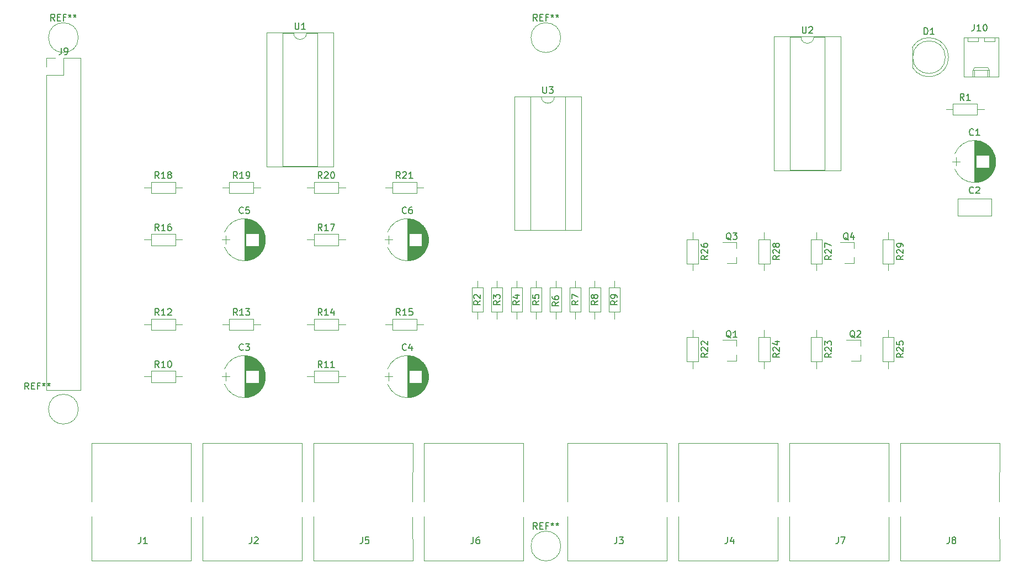
<source format=gto>
G04 #@! TF.GenerationSoftware,KiCad,Pcbnew,(5.0.0-rc2-83-gda392728d)*
G04 #@! TF.CreationDate,2018-08-15T23:30:17-03:00*
G04 #@! TF.ProjectId,fb15,666231352E6B696361645F7063620000,rev?*
G04 #@! TF.SameCoordinates,Original*
G04 #@! TF.FileFunction,Legend,Top*
G04 #@! TF.FilePolarity,Positive*
%FSLAX46Y46*%
G04 Gerber Fmt 4.6, Leading zero omitted, Abs format (unit mm)*
G04 Created by KiCad (PCBNEW (5.0.0-rc2-83-gda392728d)) date 08/15/18 23:30:17*
%MOMM*%
%LPD*%
G01*
G04 APERTURE LIST*
%ADD10C,0.120000*%
%ADD11C,0.150000*%
G04 APERTURE END LIST*
D10*
G04 #@! TO.C,J3*
X164630000Y-146820000D02*
X179870000Y-146820000D01*
X179870000Y-128790000D02*
X179860000Y-137780000D01*
X179870000Y-128790000D02*
X164630000Y-128790000D01*
X164630000Y-128790000D02*
X164630000Y-137790000D01*
X179860000Y-140120000D02*
X179870000Y-146820000D01*
X164630000Y-140110000D02*
X164630000Y-146820000D01*
G04 #@! TO.C,J6*
X142630000Y-146820000D02*
X157870000Y-146820000D01*
X157870000Y-128790000D02*
X157860000Y-137780000D01*
X157870000Y-128790000D02*
X142630000Y-128790000D01*
X142630000Y-128790000D02*
X142630000Y-137790000D01*
X157860000Y-140120000D02*
X157870000Y-146820000D01*
X142630000Y-140110000D02*
X142630000Y-146820000D01*
G04 #@! TO.C,J1*
X91630000Y-146820000D02*
X106870000Y-146820000D01*
X106870000Y-128790000D02*
X106860000Y-137780000D01*
X106870000Y-128790000D02*
X91630000Y-128790000D01*
X91630000Y-128790000D02*
X91630000Y-137790000D01*
X106860000Y-140120000D02*
X106870000Y-146820000D01*
X91630000Y-140110000D02*
X91630000Y-146820000D01*
G04 #@! TO.C,C3*
X118067820Y-117420864D02*
G75*
G03X112032518Y-117420000I-3017820J-1179136D01*
G01*
X118067820Y-119779136D02*
G75*
G02X112032518Y-119780000I-3017820J1179136D01*
G01*
X118067820Y-119779136D02*
G75*
G03X118067482Y-117420000I-3017820J1179136D01*
G01*
X115050000Y-115400000D02*
X115050000Y-121800000D01*
X115090000Y-115400000D02*
X115090000Y-121800000D01*
X115130000Y-115400000D02*
X115130000Y-121800000D01*
X115170000Y-115402000D02*
X115170000Y-121798000D01*
X115210000Y-115403000D02*
X115210000Y-121797000D01*
X115250000Y-115406000D02*
X115250000Y-121794000D01*
X115290000Y-115408000D02*
X115290000Y-121792000D01*
X115330000Y-115412000D02*
X115330000Y-117620000D01*
X115330000Y-119580000D02*
X115330000Y-121788000D01*
X115370000Y-115415000D02*
X115370000Y-117620000D01*
X115370000Y-119580000D02*
X115370000Y-121785000D01*
X115410000Y-115420000D02*
X115410000Y-117620000D01*
X115410000Y-119580000D02*
X115410000Y-121780000D01*
X115450000Y-115424000D02*
X115450000Y-117620000D01*
X115450000Y-119580000D02*
X115450000Y-121776000D01*
X115490000Y-115430000D02*
X115490000Y-117620000D01*
X115490000Y-119580000D02*
X115490000Y-121770000D01*
X115530000Y-115435000D02*
X115530000Y-117620000D01*
X115530000Y-119580000D02*
X115530000Y-121765000D01*
X115570000Y-115442000D02*
X115570000Y-117620000D01*
X115570000Y-119580000D02*
X115570000Y-121758000D01*
X115610000Y-115448000D02*
X115610000Y-117620000D01*
X115610000Y-119580000D02*
X115610000Y-121752000D01*
X115650000Y-115456000D02*
X115650000Y-117620000D01*
X115650000Y-119580000D02*
X115650000Y-121744000D01*
X115690000Y-115463000D02*
X115690000Y-117620000D01*
X115690000Y-119580000D02*
X115690000Y-121737000D01*
X115730000Y-115472000D02*
X115730000Y-117620000D01*
X115730000Y-119580000D02*
X115730000Y-121728000D01*
X115771000Y-115481000D02*
X115771000Y-117620000D01*
X115771000Y-119580000D02*
X115771000Y-121719000D01*
X115811000Y-115490000D02*
X115811000Y-117620000D01*
X115811000Y-119580000D02*
X115811000Y-121710000D01*
X115851000Y-115500000D02*
X115851000Y-117620000D01*
X115851000Y-119580000D02*
X115851000Y-121700000D01*
X115891000Y-115510000D02*
X115891000Y-117620000D01*
X115891000Y-119580000D02*
X115891000Y-121690000D01*
X115931000Y-115521000D02*
X115931000Y-117620000D01*
X115931000Y-119580000D02*
X115931000Y-121679000D01*
X115971000Y-115533000D02*
X115971000Y-117620000D01*
X115971000Y-119580000D02*
X115971000Y-121667000D01*
X116011000Y-115545000D02*
X116011000Y-117620000D01*
X116011000Y-119580000D02*
X116011000Y-121655000D01*
X116051000Y-115558000D02*
X116051000Y-117620000D01*
X116051000Y-119580000D02*
X116051000Y-121642000D01*
X116091000Y-115571000D02*
X116091000Y-117620000D01*
X116091000Y-119580000D02*
X116091000Y-121629000D01*
X116131000Y-115585000D02*
X116131000Y-117620000D01*
X116131000Y-119580000D02*
X116131000Y-121615000D01*
X116171000Y-115599000D02*
X116171000Y-117620000D01*
X116171000Y-119580000D02*
X116171000Y-121601000D01*
X116211000Y-115614000D02*
X116211000Y-117620000D01*
X116211000Y-119580000D02*
X116211000Y-121586000D01*
X116251000Y-115630000D02*
X116251000Y-117620000D01*
X116251000Y-119580000D02*
X116251000Y-121570000D01*
X116291000Y-115646000D02*
X116291000Y-117620000D01*
X116291000Y-119580000D02*
X116291000Y-121554000D01*
X116331000Y-115663000D02*
X116331000Y-117620000D01*
X116331000Y-119580000D02*
X116331000Y-121537000D01*
X116371000Y-115681000D02*
X116371000Y-117620000D01*
X116371000Y-119580000D02*
X116371000Y-121519000D01*
X116411000Y-115699000D02*
X116411000Y-117620000D01*
X116411000Y-119580000D02*
X116411000Y-121501000D01*
X116451000Y-115718000D02*
X116451000Y-117620000D01*
X116451000Y-119580000D02*
X116451000Y-121482000D01*
X116491000Y-115737000D02*
X116491000Y-117620000D01*
X116491000Y-119580000D02*
X116491000Y-121463000D01*
X116531000Y-115757000D02*
X116531000Y-117620000D01*
X116531000Y-119580000D02*
X116531000Y-121443000D01*
X116571000Y-115778000D02*
X116571000Y-117620000D01*
X116571000Y-119580000D02*
X116571000Y-121422000D01*
X116611000Y-115800000D02*
X116611000Y-117620000D01*
X116611000Y-119580000D02*
X116611000Y-121400000D01*
X116651000Y-115822000D02*
X116651000Y-117620000D01*
X116651000Y-119580000D02*
X116651000Y-121378000D01*
X116691000Y-115845000D02*
X116691000Y-117620000D01*
X116691000Y-119580000D02*
X116691000Y-121355000D01*
X116731000Y-115869000D02*
X116731000Y-117620000D01*
X116731000Y-119580000D02*
X116731000Y-121331000D01*
X116771000Y-115894000D02*
X116771000Y-117620000D01*
X116771000Y-119580000D02*
X116771000Y-121306000D01*
X116811000Y-115919000D02*
X116811000Y-117620000D01*
X116811000Y-119580000D02*
X116811000Y-121281000D01*
X116851000Y-115946000D02*
X116851000Y-117620000D01*
X116851000Y-119580000D02*
X116851000Y-121254000D01*
X116891000Y-115973000D02*
X116891000Y-117620000D01*
X116891000Y-119580000D02*
X116891000Y-121227000D01*
X116931000Y-116001000D02*
X116931000Y-117620000D01*
X116931000Y-119580000D02*
X116931000Y-121199000D01*
X116971000Y-116030000D02*
X116971000Y-117620000D01*
X116971000Y-119580000D02*
X116971000Y-121170000D01*
X117011000Y-116060000D02*
X117011000Y-117620000D01*
X117011000Y-119580000D02*
X117011000Y-121140000D01*
X117051000Y-116090000D02*
X117051000Y-117620000D01*
X117051000Y-119580000D02*
X117051000Y-121110000D01*
X117091000Y-116122000D02*
X117091000Y-117620000D01*
X117091000Y-119580000D02*
X117091000Y-121078000D01*
X117131000Y-116155000D02*
X117131000Y-117620000D01*
X117131000Y-119580000D02*
X117131000Y-121045000D01*
X117171000Y-116189000D02*
X117171000Y-117620000D01*
X117171000Y-119580000D02*
X117171000Y-121011000D01*
X117211000Y-116225000D02*
X117211000Y-117620000D01*
X117211000Y-119580000D02*
X117211000Y-120975000D01*
X117251000Y-116261000D02*
X117251000Y-117620000D01*
X117251000Y-119580000D02*
X117251000Y-120939000D01*
X117291000Y-116299000D02*
X117291000Y-120901000D01*
X117331000Y-116338000D02*
X117331000Y-120862000D01*
X117371000Y-116378000D02*
X117371000Y-120822000D01*
X117411000Y-116420000D02*
X117411000Y-120780000D01*
X117451000Y-116463000D02*
X117451000Y-120737000D01*
X117491000Y-116508000D02*
X117491000Y-120692000D01*
X117531000Y-116555000D02*
X117531000Y-120645000D01*
X117571000Y-116603000D02*
X117571000Y-120597000D01*
X117611000Y-116654000D02*
X117611000Y-120546000D01*
X117651000Y-116706000D02*
X117651000Y-120494000D01*
X117691000Y-116761000D02*
X117691000Y-120439000D01*
X117731000Y-116819000D02*
X117731000Y-120381000D01*
X117771000Y-116879000D02*
X117771000Y-120321000D01*
X117811000Y-116942000D02*
X117811000Y-120258000D01*
X117851000Y-117009000D02*
X117851000Y-120191000D01*
X117891000Y-117080000D02*
X117891000Y-120120000D01*
X117931000Y-117155000D02*
X117931000Y-120045000D01*
X117971000Y-117236000D02*
X117971000Y-119964000D01*
X118011000Y-117322000D02*
X118011000Y-119878000D01*
X118051000Y-117416000D02*
X118051000Y-119784000D01*
X118091000Y-117519000D02*
X118091000Y-119681000D01*
X118131000Y-117634000D02*
X118131000Y-119566000D01*
X118171000Y-117766000D02*
X118171000Y-119434000D01*
X118211000Y-117924000D02*
X118211000Y-119276000D01*
X118251000Y-118132000D02*
X118251000Y-119068000D01*
X111600000Y-118600000D02*
X112800000Y-118600000D01*
X112200000Y-117950000D02*
X112200000Y-119250000D01*
G04 #@! TO.C,U1*
X124610000Y-65870000D02*
G75*
G02X122610000Y-65870000I-1000000J0D01*
G01*
X122610000Y-65870000D02*
X120960000Y-65870000D01*
X120960000Y-65870000D02*
X120960000Y-86310000D01*
X120960000Y-86310000D02*
X126260000Y-86310000D01*
X126260000Y-86310000D02*
X126260000Y-65870000D01*
X126260000Y-65870000D02*
X124610000Y-65870000D01*
X118470000Y-65810000D02*
X118470000Y-86370000D01*
X118470000Y-86370000D02*
X128750000Y-86370000D01*
X128750000Y-86370000D02*
X128750000Y-65810000D01*
X128750000Y-65810000D02*
X118470000Y-65810000D01*
G04 #@! TO.C,REF\002A\002A*
X163586000Y-66600000D02*
G75*
G03X163586000Y-66600000I-2286000J0D01*
G01*
X163586000Y-144600000D02*
G75*
G03X163586000Y-144600000I-2286000J0D01*
G01*
G04 #@! TO.C,C1*
X224200000Y-84950000D02*
X224200000Y-86250000D01*
X223600000Y-85600000D02*
X224800000Y-85600000D01*
X230251000Y-85132000D02*
X230251000Y-86068000D01*
X230211000Y-84924000D02*
X230211000Y-86276000D01*
X230171000Y-84766000D02*
X230171000Y-86434000D01*
X230131000Y-84634000D02*
X230131000Y-86566000D01*
X230091000Y-84519000D02*
X230091000Y-86681000D01*
X230051000Y-84416000D02*
X230051000Y-86784000D01*
X230011000Y-84322000D02*
X230011000Y-86878000D01*
X229971000Y-84236000D02*
X229971000Y-86964000D01*
X229931000Y-84155000D02*
X229931000Y-87045000D01*
X229891000Y-84080000D02*
X229891000Y-87120000D01*
X229851000Y-84009000D02*
X229851000Y-87191000D01*
X229811000Y-83942000D02*
X229811000Y-87258000D01*
X229771000Y-83879000D02*
X229771000Y-87321000D01*
X229731000Y-83819000D02*
X229731000Y-87381000D01*
X229691000Y-83761000D02*
X229691000Y-87439000D01*
X229651000Y-83706000D02*
X229651000Y-87494000D01*
X229611000Y-83654000D02*
X229611000Y-87546000D01*
X229571000Y-83603000D02*
X229571000Y-87597000D01*
X229531000Y-83555000D02*
X229531000Y-87645000D01*
X229491000Y-83508000D02*
X229491000Y-87692000D01*
X229451000Y-83463000D02*
X229451000Y-87737000D01*
X229411000Y-83420000D02*
X229411000Y-87780000D01*
X229371000Y-83378000D02*
X229371000Y-87822000D01*
X229331000Y-83338000D02*
X229331000Y-87862000D01*
X229291000Y-83299000D02*
X229291000Y-87901000D01*
X229251000Y-86580000D02*
X229251000Y-87939000D01*
X229251000Y-83261000D02*
X229251000Y-84620000D01*
X229211000Y-86580000D02*
X229211000Y-87975000D01*
X229211000Y-83225000D02*
X229211000Y-84620000D01*
X229171000Y-86580000D02*
X229171000Y-88011000D01*
X229171000Y-83189000D02*
X229171000Y-84620000D01*
X229131000Y-86580000D02*
X229131000Y-88045000D01*
X229131000Y-83155000D02*
X229131000Y-84620000D01*
X229091000Y-86580000D02*
X229091000Y-88078000D01*
X229091000Y-83122000D02*
X229091000Y-84620000D01*
X229051000Y-86580000D02*
X229051000Y-88110000D01*
X229051000Y-83090000D02*
X229051000Y-84620000D01*
X229011000Y-86580000D02*
X229011000Y-88140000D01*
X229011000Y-83060000D02*
X229011000Y-84620000D01*
X228971000Y-86580000D02*
X228971000Y-88170000D01*
X228971000Y-83030000D02*
X228971000Y-84620000D01*
X228931000Y-86580000D02*
X228931000Y-88199000D01*
X228931000Y-83001000D02*
X228931000Y-84620000D01*
X228891000Y-86580000D02*
X228891000Y-88227000D01*
X228891000Y-82973000D02*
X228891000Y-84620000D01*
X228851000Y-86580000D02*
X228851000Y-88254000D01*
X228851000Y-82946000D02*
X228851000Y-84620000D01*
X228811000Y-86580000D02*
X228811000Y-88281000D01*
X228811000Y-82919000D02*
X228811000Y-84620000D01*
X228771000Y-86580000D02*
X228771000Y-88306000D01*
X228771000Y-82894000D02*
X228771000Y-84620000D01*
X228731000Y-86580000D02*
X228731000Y-88331000D01*
X228731000Y-82869000D02*
X228731000Y-84620000D01*
X228691000Y-86580000D02*
X228691000Y-88355000D01*
X228691000Y-82845000D02*
X228691000Y-84620000D01*
X228651000Y-86580000D02*
X228651000Y-88378000D01*
X228651000Y-82822000D02*
X228651000Y-84620000D01*
X228611000Y-86580000D02*
X228611000Y-88400000D01*
X228611000Y-82800000D02*
X228611000Y-84620000D01*
X228571000Y-86580000D02*
X228571000Y-88422000D01*
X228571000Y-82778000D02*
X228571000Y-84620000D01*
X228531000Y-86580000D02*
X228531000Y-88443000D01*
X228531000Y-82757000D02*
X228531000Y-84620000D01*
X228491000Y-86580000D02*
X228491000Y-88463000D01*
X228491000Y-82737000D02*
X228491000Y-84620000D01*
X228451000Y-86580000D02*
X228451000Y-88482000D01*
X228451000Y-82718000D02*
X228451000Y-84620000D01*
X228411000Y-86580000D02*
X228411000Y-88501000D01*
X228411000Y-82699000D02*
X228411000Y-84620000D01*
X228371000Y-86580000D02*
X228371000Y-88519000D01*
X228371000Y-82681000D02*
X228371000Y-84620000D01*
X228331000Y-86580000D02*
X228331000Y-88537000D01*
X228331000Y-82663000D02*
X228331000Y-84620000D01*
X228291000Y-86580000D02*
X228291000Y-88554000D01*
X228291000Y-82646000D02*
X228291000Y-84620000D01*
X228251000Y-86580000D02*
X228251000Y-88570000D01*
X228251000Y-82630000D02*
X228251000Y-84620000D01*
X228211000Y-86580000D02*
X228211000Y-88586000D01*
X228211000Y-82614000D02*
X228211000Y-84620000D01*
X228171000Y-86580000D02*
X228171000Y-88601000D01*
X228171000Y-82599000D02*
X228171000Y-84620000D01*
X228131000Y-86580000D02*
X228131000Y-88615000D01*
X228131000Y-82585000D02*
X228131000Y-84620000D01*
X228091000Y-86580000D02*
X228091000Y-88629000D01*
X228091000Y-82571000D02*
X228091000Y-84620000D01*
X228051000Y-86580000D02*
X228051000Y-88642000D01*
X228051000Y-82558000D02*
X228051000Y-84620000D01*
X228011000Y-86580000D02*
X228011000Y-88655000D01*
X228011000Y-82545000D02*
X228011000Y-84620000D01*
X227971000Y-86580000D02*
X227971000Y-88667000D01*
X227971000Y-82533000D02*
X227971000Y-84620000D01*
X227931000Y-86580000D02*
X227931000Y-88679000D01*
X227931000Y-82521000D02*
X227931000Y-84620000D01*
X227891000Y-86580000D02*
X227891000Y-88690000D01*
X227891000Y-82510000D02*
X227891000Y-84620000D01*
X227851000Y-86580000D02*
X227851000Y-88700000D01*
X227851000Y-82500000D02*
X227851000Y-84620000D01*
X227811000Y-86580000D02*
X227811000Y-88710000D01*
X227811000Y-82490000D02*
X227811000Y-84620000D01*
X227771000Y-86580000D02*
X227771000Y-88719000D01*
X227771000Y-82481000D02*
X227771000Y-84620000D01*
X227730000Y-86580000D02*
X227730000Y-88728000D01*
X227730000Y-82472000D02*
X227730000Y-84620000D01*
X227690000Y-86580000D02*
X227690000Y-88737000D01*
X227690000Y-82463000D02*
X227690000Y-84620000D01*
X227650000Y-86580000D02*
X227650000Y-88744000D01*
X227650000Y-82456000D02*
X227650000Y-84620000D01*
X227610000Y-86580000D02*
X227610000Y-88752000D01*
X227610000Y-82448000D02*
X227610000Y-84620000D01*
X227570000Y-86580000D02*
X227570000Y-88758000D01*
X227570000Y-82442000D02*
X227570000Y-84620000D01*
X227530000Y-86580000D02*
X227530000Y-88765000D01*
X227530000Y-82435000D02*
X227530000Y-84620000D01*
X227490000Y-86580000D02*
X227490000Y-88770000D01*
X227490000Y-82430000D02*
X227490000Y-84620000D01*
X227450000Y-86580000D02*
X227450000Y-88776000D01*
X227450000Y-82424000D02*
X227450000Y-84620000D01*
X227410000Y-86580000D02*
X227410000Y-88780000D01*
X227410000Y-82420000D02*
X227410000Y-84620000D01*
X227370000Y-86580000D02*
X227370000Y-88785000D01*
X227370000Y-82415000D02*
X227370000Y-84620000D01*
X227330000Y-86580000D02*
X227330000Y-88788000D01*
X227330000Y-82412000D02*
X227330000Y-84620000D01*
X227290000Y-82408000D02*
X227290000Y-88792000D01*
X227250000Y-82406000D02*
X227250000Y-88794000D01*
X227210000Y-82403000D02*
X227210000Y-88797000D01*
X227170000Y-82402000D02*
X227170000Y-88798000D01*
X227130000Y-82400000D02*
X227130000Y-88800000D01*
X227090000Y-82400000D02*
X227090000Y-88800000D01*
X227050000Y-82400000D02*
X227050000Y-88800000D01*
X230067820Y-86779136D02*
G75*
G03X230067482Y-84420000I-3017820J1179136D01*
G01*
X230067820Y-86779136D02*
G75*
G02X224032518Y-86780000I-3017820J1179136D01*
G01*
X230067820Y-84420864D02*
G75*
G03X224032518Y-84420000I-3017820J-1179136D01*
G01*
G04 #@! TO.C,C2*
X224490000Y-91290000D02*
X229610000Y-91290000D01*
X224490000Y-93910000D02*
X229610000Y-93910000D01*
X224490000Y-91290000D02*
X224490000Y-93910000D01*
X229610000Y-91290000D02*
X229610000Y-93910000D01*
G04 #@! TO.C,C4*
X137200000Y-117950000D02*
X137200000Y-119250000D01*
X136600000Y-118600000D02*
X137800000Y-118600000D01*
X143251000Y-118132000D02*
X143251000Y-119068000D01*
X143211000Y-117924000D02*
X143211000Y-119276000D01*
X143171000Y-117766000D02*
X143171000Y-119434000D01*
X143131000Y-117634000D02*
X143131000Y-119566000D01*
X143091000Y-117519000D02*
X143091000Y-119681000D01*
X143051000Y-117416000D02*
X143051000Y-119784000D01*
X143011000Y-117322000D02*
X143011000Y-119878000D01*
X142971000Y-117236000D02*
X142971000Y-119964000D01*
X142931000Y-117155000D02*
X142931000Y-120045000D01*
X142891000Y-117080000D02*
X142891000Y-120120000D01*
X142851000Y-117009000D02*
X142851000Y-120191000D01*
X142811000Y-116942000D02*
X142811000Y-120258000D01*
X142771000Y-116879000D02*
X142771000Y-120321000D01*
X142731000Y-116819000D02*
X142731000Y-120381000D01*
X142691000Y-116761000D02*
X142691000Y-120439000D01*
X142651000Y-116706000D02*
X142651000Y-120494000D01*
X142611000Y-116654000D02*
X142611000Y-120546000D01*
X142571000Y-116603000D02*
X142571000Y-120597000D01*
X142531000Y-116555000D02*
X142531000Y-120645000D01*
X142491000Y-116508000D02*
X142491000Y-120692000D01*
X142451000Y-116463000D02*
X142451000Y-120737000D01*
X142411000Y-116420000D02*
X142411000Y-120780000D01*
X142371000Y-116378000D02*
X142371000Y-120822000D01*
X142331000Y-116338000D02*
X142331000Y-120862000D01*
X142291000Y-116299000D02*
X142291000Y-120901000D01*
X142251000Y-119580000D02*
X142251000Y-120939000D01*
X142251000Y-116261000D02*
X142251000Y-117620000D01*
X142211000Y-119580000D02*
X142211000Y-120975000D01*
X142211000Y-116225000D02*
X142211000Y-117620000D01*
X142171000Y-119580000D02*
X142171000Y-121011000D01*
X142171000Y-116189000D02*
X142171000Y-117620000D01*
X142131000Y-119580000D02*
X142131000Y-121045000D01*
X142131000Y-116155000D02*
X142131000Y-117620000D01*
X142091000Y-119580000D02*
X142091000Y-121078000D01*
X142091000Y-116122000D02*
X142091000Y-117620000D01*
X142051000Y-119580000D02*
X142051000Y-121110000D01*
X142051000Y-116090000D02*
X142051000Y-117620000D01*
X142011000Y-119580000D02*
X142011000Y-121140000D01*
X142011000Y-116060000D02*
X142011000Y-117620000D01*
X141971000Y-119580000D02*
X141971000Y-121170000D01*
X141971000Y-116030000D02*
X141971000Y-117620000D01*
X141931000Y-119580000D02*
X141931000Y-121199000D01*
X141931000Y-116001000D02*
X141931000Y-117620000D01*
X141891000Y-119580000D02*
X141891000Y-121227000D01*
X141891000Y-115973000D02*
X141891000Y-117620000D01*
X141851000Y-119580000D02*
X141851000Y-121254000D01*
X141851000Y-115946000D02*
X141851000Y-117620000D01*
X141811000Y-119580000D02*
X141811000Y-121281000D01*
X141811000Y-115919000D02*
X141811000Y-117620000D01*
X141771000Y-119580000D02*
X141771000Y-121306000D01*
X141771000Y-115894000D02*
X141771000Y-117620000D01*
X141731000Y-119580000D02*
X141731000Y-121331000D01*
X141731000Y-115869000D02*
X141731000Y-117620000D01*
X141691000Y-119580000D02*
X141691000Y-121355000D01*
X141691000Y-115845000D02*
X141691000Y-117620000D01*
X141651000Y-119580000D02*
X141651000Y-121378000D01*
X141651000Y-115822000D02*
X141651000Y-117620000D01*
X141611000Y-119580000D02*
X141611000Y-121400000D01*
X141611000Y-115800000D02*
X141611000Y-117620000D01*
X141571000Y-119580000D02*
X141571000Y-121422000D01*
X141571000Y-115778000D02*
X141571000Y-117620000D01*
X141531000Y-119580000D02*
X141531000Y-121443000D01*
X141531000Y-115757000D02*
X141531000Y-117620000D01*
X141491000Y-119580000D02*
X141491000Y-121463000D01*
X141491000Y-115737000D02*
X141491000Y-117620000D01*
X141451000Y-119580000D02*
X141451000Y-121482000D01*
X141451000Y-115718000D02*
X141451000Y-117620000D01*
X141411000Y-119580000D02*
X141411000Y-121501000D01*
X141411000Y-115699000D02*
X141411000Y-117620000D01*
X141371000Y-119580000D02*
X141371000Y-121519000D01*
X141371000Y-115681000D02*
X141371000Y-117620000D01*
X141331000Y-119580000D02*
X141331000Y-121537000D01*
X141331000Y-115663000D02*
X141331000Y-117620000D01*
X141291000Y-119580000D02*
X141291000Y-121554000D01*
X141291000Y-115646000D02*
X141291000Y-117620000D01*
X141251000Y-119580000D02*
X141251000Y-121570000D01*
X141251000Y-115630000D02*
X141251000Y-117620000D01*
X141211000Y-119580000D02*
X141211000Y-121586000D01*
X141211000Y-115614000D02*
X141211000Y-117620000D01*
X141171000Y-119580000D02*
X141171000Y-121601000D01*
X141171000Y-115599000D02*
X141171000Y-117620000D01*
X141131000Y-119580000D02*
X141131000Y-121615000D01*
X141131000Y-115585000D02*
X141131000Y-117620000D01*
X141091000Y-119580000D02*
X141091000Y-121629000D01*
X141091000Y-115571000D02*
X141091000Y-117620000D01*
X141051000Y-119580000D02*
X141051000Y-121642000D01*
X141051000Y-115558000D02*
X141051000Y-117620000D01*
X141011000Y-119580000D02*
X141011000Y-121655000D01*
X141011000Y-115545000D02*
X141011000Y-117620000D01*
X140971000Y-119580000D02*
X140971000Y-121667000D01*
X140971000Y-115533000D02*
X140971000Y-117620000D01*
X140931000Y-119580000D02*
X140931000Y-121679000D01*
X140931000Y-115521000D02*
X140931000Y-117620000D01*
X140891000Y-119580000D02*
X140891000Y-121690000D01*
X140891000Y-115510000D02*
X140891000Y-117620000D01*
X140851000Y-119580000D02*
X140851000Y-121700000D01*
X140851000Y-115500000D02*
X140851000Y-117620000D01*
X140811000Y-119580000D02*
X140811000Y-121710000D01*
X140811000Y-115490000D02*
X140811000Y-117620000D01*
X140771000Y-119580000D02*
X140771000Y-121719000D01*
X140771000Y-115481000D02*
X140771000Y-117620000D01*
X140730000Y-119580000D02*
X140730000Y-121728000D01*
X140730000Y-115472000D02*
X140730000Y-117620000D01*
X140690000Y-119580000D02*
X140690000Y-121737000D01*
X140690000Y-115463000D02*
X140690000Y-117620000D01*
X140650000Y-119580000D02*
X140650000Y-121744000D01*
X140650000Y-115456000D02*
X140650000Y-117620000D01*
X140610000Y-119580000D02*
X140610000Y-121752000D01*
X140610000Y-115448000D02*
X140610000Y-117620000D01*
X140570000Y-119580000D02*
X140570000Y-121758000D01*
X140570000Y-115442000D02*
X140570000Y-117620000D01*
X140530000Y-119580000D02*
X140530000Y-121765000D01*
X140530000Y-115435000D02*
X140530000Y-117620000D01*
X140490000Y-119580000D02*
X140490000Y-121770000D01*
X140490000Y-115430000D02*
X140490000Y-117620000D01*
X140450000Y-119580000D02*
X140450000Y-121776000D01*
X140450000Y-115424000D02*
X140450000Y-117620000D01*
X140410000Y-119580000D02*
X140410000Y-121780000D01*
X140410000Y-115420000D02*
X140410000Y-117620000D01*
X140370000Y-119580000D02*
X140370000Y-121785000D01*
X140370000Y-115415000D02*
X140370000Y-117620000D01*
X140330000Y-119580000D02*
X140330000Y-121788000D01*
X140330000Y-115412000D02*
X140330000Y-117620000D01*
X140290000Y-115408000D02*
X140290000Y-121792000D01*
X140250000Y-115406000D02*
X140250000Y-121794000D01*
X140210000Y-115403000D02*
X140210000Y-121797000D01*
X140170000Y-115402000D02*
X140170000Y-121798000D01*
X140130000Y-115400000D02*
X140130000Y-121800000D01*
X140090000Y-115400000D02*
X140090000Y-121800000D01*
X140050000Y-115400000D02*
X140050000Y-121800000D01*
X143067820Y-119779136D02*
G75*
G03X143067482Y-117420000I-3017820J1179136D01*
G01*
X143067820Y-119779136D02*
G75*
G02X137032518Y-119780000I-3017820J1179136D01*
G01*
X143067820Y-117420864D02*
G75*
G03X137032518Y-117420000I-3017820J-1179136D01*
G01*
G04 #@! TO.C,C5*
X112200000Y-96950000D02*
X112200000Y-98250000D01*
X111600000Y-97600000D02*
X112800000Y-97600000D01*
X118251000Y-97132000D02*
X118251000Y-98068000D01*
X118211000Y-96924000D02*
X118211000Y-98276000D01*
X118171000Y-96766000D02*
X118171000Y-98434000D01*
X118131000Y-96634000D02*
X118131000Y-98566000D01*
X118091000Y-96519000D02*
X118091000Y-98681000D01*
X118051000Y-96416000D02*
X118051000Y-98784000D01*
X118011000Y-96322000D02*
X118011000Y-98878000D01*
X117971000Y-96236000D02*
X117971000Y-98964000D01*
X117931000Y-96155000D02*
X117931000Y-99045000D01*
X117891000Y-96080000D02*
X117891000Y-99120000D01*
X117851000Y-96009000D02*
X117851000Y-99191000D01*
X117811000Y-95942000D02*
X117811000Y-99258000D01*
X117771000Y-95879000D02*
X117771000Y-99321000D01*
X117731000Y-95819000D02*
X117731000Y-99381000D01*
X117691000Y-95761000D02*
X117691000Y-99439000D01*
X117651000Y-95706000D02*
X117651000Y-99494000D01*
X117611000Y-95654000D02*
X117611000Y-99546000D01*
X117571000Y-95603000D02*
X117571000Y-99597000D01*
X117531000Y-95555000D02*
X117531000Y-99645000D01*
X117491000Y-95508000D02*
X117491000Y-99692000D01*
X117451000Y-95463000D02*
X117451000Y-99737000D01*
X117411000Y-95420000D02*
X117411000Y-99780000D01*
X117371000Y-95378000D02*
X117371000Y-99822000D01*
X117331000Y-95338000D02*
X117331000Y-99862000D01*
X117291000Y-95299000D02*
X117291000Y-99901000D01*
X117251000Y-98580000D02*
X117251000Y-99939000D01*
X117251000Y-95261000D02*
X117251000Y-96620000D01*
X117211000Y-98580000D02*
X117211000Y-99975000D01*
X117211000Y-95225000D02*
X117211000Y-96620000D01*
X117171000Y-98580000D02*
X117171000Y-100011000D01*
X117171000Y-95189000D02*
X117171000Y-96620000D01*
X117131000Y-98580000D02*
X117131000Y-100045000D01*
X117131000Y-95155000D02*
X117131000Y-96620000D01*
X117091000Y-98580000D02*
X117091000Y-100078000D01*
X117091000Y-95122000D02*
X117091000Y-96620000D01*
X117051000Y-98580000D02*
X117051000Y-100110000D01*
X117051000Y-95090000D02*
X117051000Y-96620000D01*
X117011000Y-98580000D02*
X117011000Y-100140000D01*
X117011000Y-95060000D02*
X117011000Y-96620000D01*
X116971000Y-98580000D02*
X116971000Y-100170000D01*
X116971000Y-95030000D02*
X116971000Y-96620000D01*
X116931000Y-98580000D02*
X116931000Y-100199000D01*
X116931000Y-95001000D02*
X116931000Y-96620000D01*
X116891000Y-98580000D02*
X116891000Y-100227000D01*
X116891000Y-94973000D02*
X116891000Y-96620000D01*
X116851000Y-98580000D02*
X116851000Y-100254000D01*
X116851000Y-94946000D02*
X116851000Y-96620000D01*
X116811000Y-98580000D02*
X116811000Y-100281000D01*
X116811000Y-94919000D02*
X116811000Y-96620000D01*
X116771000Y-98580000D02*
X116771000Y-100306000D01*
X116771000Y-94894000D02*
X116771000Y-96620000D01*
X116731000Y-98580000D02*
X116731000Y-100331000D01*
X116731000Y-94869000D02*
X116731000Y-96620000D01*
X116691000Y-98580000D02*
X116691000Y-100355000D01*
X116691000Y-94845000D02*
X116691000Y-96620000D01*
X116651000Y-98580000D02*
X116651000Y-100378000D01*
X116651000Y-94822000D02*
X116651000Y-96620000D01*
X116611000Y-98580000D02*
X116611000Y-100400000D01*
X116611000Y-94800000D02*
X116611000Y-96620000D01*
X116571000Y-98580000D02*
X116571000Y-100422000D01*
X116571000Y-94778000D02*
X116571000Y-96620000D01*
X116531000Y-98580000D02*
X116531000Y-100443000D01*
X116531000Y-94757000D02*
X116531000Y-96620000D01*
X116491000Y-98580000D02*
X116491000Y-100463000D01*
X116491000Y-94737000D02*
X116491000Y-96620000D01*
X116451000Y-98580000D02*
X116451000Y-100482000D01*
X116451000Y-94718000D02*
X116451000Y-96620000D01*
X116411000Y-98580000D02*
X116411000Y-100501000D01*
X116411000Y-94699000D02*
X116411000Y-96620000D01*
X116371000Y-98580000D02*
X116371000Y-100519000D01*
X116371000Y-94681000D02*
X116371000Y-96620000D01*
X116331000Y-98580000D02*
X116331000Y-100537000D01*
X116331000Y-94663000D02*
X116331000Y-96620000D01*
X116291000Y-98580000D02*
X116291000Y-100554000D01*
X116291000Y-94646000D02*
X116291000Y-96620000D01*
X116251000Y-98580000D02*
X116251000Y-100570000D01*
X116251000Y-94630000D02*
X116251000Y-96620000D01*
X116211000Y-98580000D02*
X116211000Y-100586000D01*
X116211000Y-94614000D02*
X116211000Y-96620000D01*
X116171000Y-98580000D02*
X116171000Y-100601000D01*
X116171000Y-94599000D02*
X116171000Y-96620000D01*
X116131000Y-98580000D02*
X116131000Y-100615000D01*
X116131000Y-94585000D02*
X116131000Y-96620000D01*
X116091000Y-98580000D02*
X116091000Y-100629000D01*
X116091000Y-94571000D02*
X116091000Y-96620000D01*
X116051000Y-98580000D02*
X116051000Y-100642000D01*
X116051000Y-94558000D02*
X116051000Y-96620000D01*
X116011000Y-98580000D02*
X116011000Y-100655000D01*
X116011000Y-94545000D02*
X116011000Y-96620000D01*
X115971000Y-98580000D02*
X115971000Y-100667000D01*
X115971000Y-94533000D02*
X115971000Y-96620000D01*
X115931000Y-98580000D02*
X115931000Y-100679000D01*
X115931000Y-94521000D02*
X115931000Y-96620000D01*
X115891000Y-98580000D02*
X115891000Y-100690000D01*
X115891000Y-94510000D02*
X115891000Y-96620000D01*
X115851000Y-98580000D02*
X115851000Y-100700000D01*
X115851000Y-94500000D02*
X115851000Y-96620000D01*
X115811000Y-98580000D02*
X115811000Y-100710000D01*
X115811000Y-94490000D02*
X115811000Y-96620000D01*
X115771000Y-98580000D02*
X115771000Y-100719000D01*
X115771000Y-94481000D02*
X115771000Y-96620000D01*
X115730000Y-98580000D02*
X115730000Y-100728000D01*
X115730000Y-94472000D02*
X115730000Y-96620000D01*
X115690000Y-98580000D02*
X115690000Y-100737000D01*
X115690000Y-94463000D02*
X115690000Y-96620000D01*
X115650000Y-98580000D02*
X115650000Y-100744000D01*
X115650000Y-94456000D02*
X115650000Y-96620000D01*
X115610000Y-98580000D02*
X115610000Y-100752000D01*
X115610000Y-94448000D02*
X115610000Y-96620000D01*
X115570000Y-98580000D02*
X115570000Y-100758000D01*
X115570000Y-94442000D02*
X115570000Y-96620000D01*
X115530000Y-98580000D02*
X115530000Y-100765000D01*
X115530000Y-94435000D02*
X115530000Y-96620000D01*
X115490000Y-98580000D02*
X115490000Y-100770000D01*
X115490000Y-94430000D02*
X115490000Y-96620000D01*
X115450000Y-98580000D02*
X115450000Y-100776000D01*
X115450000Y-94424000D02*
X115450000Y-96620000D01*
X115410000Y-98580000D02*
X115410000Y-100780000D01*
X115410000Y-94420000D02*
X115410000Y-96620000D01*
X115370000Y-98580000D02*
X115370000Y-100785000D01*
X115370000Y-94415000D02*
X115370000Y-96620000D01*
X115330000Y-98580000D02*
X115330000Y-100788000D01*
X115330000Y-94412000D02*
X115330000Y-96620000D01*
X115290000Y-94408000D02*
X115290000Y-100792000D01*
X115250000Y-94406000D02*
X115250000Y-100794000D01*
X115210000Y-94403000D02*
X115210000Y-100797000D01*
X115170000Y-94402000D02*
X115170000Y-100798000D01*
X115130000Y-94400000D02*
X115130000Y-100800000D01*
X115090000Y-94400000D02*
X115090000Y-100800000D01*
X115050000Y-94400000D02*
X115050000Y-100800000D01*
X118067820Y-98779136D02*
G75*
G03X118067482Y-96420000I-3017820J1179136D01*
G01*
X118067820Y-98779136D02*
G75*
G02X112032518Y-98780000I-3017820J1179136D01*
G01*
X118067820Y-96420864D02*
G75*
G03X112032518Y-96420000I-3017820J-1179136D01*
G01*
G04 #@! TO.C,C6*
X137200000Y-96950000D02*
X137200000Y-98250000D01*
X136600000Y-97600000D02*
X137800000Y-97600000D01*
X143251000Y-97132000D02*
X143251000Y-98068000D01*
X143211000Y-96924000D02*
X143211000Y-98276000D01*
X143171000Y-96766000D02*
X143171000Y-98434000D01*
X143131000Y-96634000D02*
X143131000Y-98566000D01*
X143091000Y-96519000D02*
X143091000Y-98681000D01*
X143051000Y-96416000D02*
X143051000Y-98784000D01*
X143011000Y-96322000D02*
X143011000Y-98878000D01*
X142971000Y-96236000D02*
X142971000Y-98964000D01*
X142931000Y-96155000D02*
X142931000Y-99045000D01*
X142891000Y-96080000D02*
X142891000Y-99120000D01*
X142851000Y-96009000D02*
X142851000Y-99191000D01*
X142811000Y-95942000D02*
X142811000Y-99258000D01*
X142771000Y-95879000D02*
X142771000Y-99321000D01*
X142731000Y-95819000D02*
X142731000Y-99381000D01*
X142691000Y-95761000D02*
X142691000Y-99439000D01*
X142651000Y-95706000D02*
X142651000Y-99494000D01*
X142611000Y-95654000D02*
X142611000Y-99546000D01*
X142571000Y-95603000D02*
X142571000Y-99597000D01*
X142531000Y-95555000D02*
X142531000Y-99645000D01*
X142491000Y-95508000D02*
X142491000Y-99692000D01*
X142451000Y-95463000D02*
X142451000Y-99737000D01*
X142411000Y-95420000D02*
X142411000Y-99780000D01*
X142371000Y-95378000D02*
X142371000Y-99822000D01*
X142331000Y-95338000D02*
X142331000Y-99862000D01*
X142291000Y-95299000D02*
X142291000Y-99901000D01*
X142251000Y-98580000D02*
X142251000Y-99939000D01*
X142251000Y-95261000D02*
X142251000Y-96620000D01*
X142211000Y-98580000D02*
X142211000Y-99975000D01*
X142211000Y-95225000D02*
X142211000Y-96620000D01*
X142171000Y-98580000D02*
X142171000Y-100011000D01*
X142171000Y-95189000D02*
X142171000Y-96620000D01*
X142131000Y-98580000D02*
X142131000Y-100045000D01*
X142131000Y-95155000D02*
X142131000Y-96620000D01*
X142091000Y-98580000D02*
X142091000Y-100078000D01*
X142091000Y-95122000D02*
X142091000Y-96620000D01*
X142051000Y-98580000D02*
X142051000Y-100110000D01*
X142051000Y-95090000D02*
X142051000Y-96620000D01*
X142011000Y-98580000D02*
X142011000Y-100140000D01*
X142011000Y-95060000D02*
X142011000Y-96620000D01*
X141971000Y-98580000D02*
X141971000Y-100170000D01*
X141971000Y-95030000D02*
X141971000Y-96620000D01*
X141931000Y-98580000D02*
X141931000Y-100199000D01*
X141931000Y-95001000D02*
X141931000Y-96620000D01*
X141891000Y-98580000D02*
X141891000Y-100227000D01*
X141891000Y-94973000D02*
X141891000Y-96620000D01*
X141851000Y-98580000D02*
X141851000Y-100254000D01*
X141851000Y-94946000D02*
X141851000Y-96620000D01*
X141811000Y-98580000D02*
X141811000Y-100281000D01*
X141811000Y-94919000D02*
X141811000Y-96620000D01*
X141771000Y-98580000D02*
X141771000Y-100306000D01*
X141771000Y-94894000D02*
X141771000Y-96620000D01*
X141731000Y-98580000D02*
X141731000Y-100331000D01*
X141731000Y-94869000D02*
X141731000Y-96620000D01*
X141691000Y-98580000D02*
X141691000Y-100355000D01*
X141691000Y-94845000D02*
X141691000Y-96620000D01*
X141651000Y-98580000D02*
X141651000Y-100378000D01*
X141651000Y-94822000D02*
X141651000Y-96620000D01*
X141611000Y-98580000D02*
X141611000Y-100400000D01*
X141611000Y-94800000D02*
X141611000Y-96620000D01*
X141571000Y-98580000D02*
X141571000Y-100422000D01*
X141571000Y-94778000D02*
X141571000Y-96620000D01*
X141531000Y-98580000D02*
X141531000Y-100443000D01*
X141531000Y-94757000D02*
X141531000Y-96620000D01*
X141491000Y-98580000D02*
X141491000Y-100463000D01*
X141491000Y-94737000D02*
X141491000Y-96620000D01*
X141451000Y-98580000D02*
X141451000Y-100482000D01*
X141451000Y-94718000D02*
X141451000Y-96620000D01*
X141411000Y-98580000D02*
X141411000Y-100501000D01*
X141411000Y-94699000D02*
X141411000Y-96620000D01*
X141371000Y-98580000D02*
X141371000Y-100519000D01*
X141371000Y-94681000D02*
X141371000Y-96620000D01*
X141331000Y-98580000D02*
X141331000Y-100537000D01*
X141331000Y-94663000D02*
X141331000Y-96620000D01*
X141291000Y-98580000D02*
X141291000Y-100554000D01*
X141291000Y-94646000D02*
X141291000Y-96620000D01*
X141251000Y-98580000D02*
X141251000Y-100570000D01*
X141251000Y-94630000D02*
X141251000Y-96620000D01*
X141211000Y-98580000D02*
X141211000Y-100586000D01*
X141211000Y-94614000D02*
X141211000Y-96620000D01*
X141171000Y-98580000D02*
X141171000Y-100601000D01*
X141171000Y-94599000D02*
X141171000Y-96620000D01*
X141131000Y-98580000D02*
X141131000Y-100615000D01*
X141131000Y-94585000D02*
X141131000Y-96620000D01*
X141091000Y-98580000D02*
X141091000Y-100629000D01*
X141091000Y-94571000D02*
X141091000Y-96620000D01*
X141051000Y-98580000D02*
X141051000Y-100642000D01*
X141051000Y-94558000D02*
X141051000Y-96620000D01*
X141011000Y-98580000D02*
X141011000Y-100655000D01*
X141011000Y-94545000D02*
X141011000Y-96620000D01*
X140971000Y-98580000D02*
X140971000Y-100667000D01*
X140971000Y-94533000D02*
X140971000Y-96620000D01*
X140931000Y-98580000D02*
X140931000Y-100679000D01*
X140931000Y-94521000D02*
X140931000Y-96620000D01*
X140891000Y-98580000D02*
X140891000Y-100690000D01*
X140891000Y-94510000D02*
X140891000Y-96620000D01*
X140851000Y-98580000D02*
X140851000Y-100700000D01*
X140851000Y-94500000D02*
X140851000Y-96620000D01*
X140811000Y-98580000D02*
X140811000Y-100710000D01*
X140811000Y-94490000D02*
X140811000Y-96620000D01*
X140771000Y-98580000D02*
X140771000Y-100719000D01*
X140771000Y-94481000D02*
X140771000Y-96620000D01*
X140730000Y-98580000D02*
X140730000Y-100728000D01*
X140730000Y-94472000D02*
X140730000Y-96620000D01*
X140690000Y-98580000D02*
X140690000Y-100737000D01*
X140690000Y-94463000D02*
X140690000Y-96620000D01*
X140650000Y-98580000D02*
X140650000Y-100744000D01*
X140650000Y-94456000D02*
X140650000Y-96620000D01*
X140610000Y-98580000D02*
X140610000Y-100752000D01*
X140610000Y-94448000D02*
X140610000Y-96620000D01*
X140570000Y-98580000D02*
X140570000Y-100758000D01*
X140570000Y-94442000D02*
X140570000Y-96620000D01*
X140530000Y-98580000D02*
X140530000Y-100765000D01*
X140530000Y-94435000D02*
X140530000Y-96620000D01*
X140490000Y-98580000D02*
X140490000Y-100770000D01*
X140490000Y-94430000D02*
X140490000Y-96620000D01*
X140450000Y-98580000D02*
X140450000Y-100776000D01*
X140450000Y-94424000D02*
X140450000Y-96620000D01*
X140410000Y-98580000D02*
X140410000Y-100780000D01*
X140410000Y-94420000D02*
X140410000Y-96620000D01*
X140370000Y-98580000D02*
X140370000Y-100785000D01*
X140370000Y-94415000D02*
X140370000Y-96620000D01*
X140330000Y-98580000D02*
X140330000Y-100788000D01*
X140330000Y-94412000D02*
X140330000Y-96620000D01*
X140290000Y-94408000D02*
X140290000Y-100792000D01*
X140250000Y-94406000D02*
X140250000Y-100794000D01*
X140210000Y-94403000D02*
X140210000Y-100797000D01*
X140170000Y-94402000D02*
X140170000Y-100798000D01*
X140130000Y-94400000D02*
X140130000Y-100800000D01*
X140090000Y-94400000D02*
X140090000Y-100800000D01*
X140050000Y-94400000D02*
X140050000Y-100800000D01*
X143067820Y-98779136D02*
G75*
G03X143067482Y-96420000I-3017820J1179136D01*
G01*
X143067820Y-98779136D02*
G75*
G02X137032518Y-98780000I-3017820J1179136D01*
G01*
X143067820Y-96420864D02*
G75*
G03X137032518Y-96420000I-3017820J-1179136D01*
G01*
G04 #@! TO.C,D1*
X223060000Y-69600462D02*
G75*
G03X217510000Y-68055170I-2990000J462D01*
G01*
X223060000Y-69599538D02*
G75*
G02X217510000Y-71144830I-2990000J-462D01*
G01*
X222570000Y-69600000D02*
G75*
G03X222570000Y-69600000I-2500000J0D01*
G01*
X217510000Y-68055000D02*
X217510000Y-71145000D01*
G04 #@! TO.C,J2*
X108630000Y-140110000D02*
X108630000Y-146820000D01*
X123860000Y-140120000D02*
X123870000Y-146820000D01*
X108630000Y-128790000D02*
X108630000Y-137790000D01*
X123870000Y-128790000D02*
X108630000Y-128790000D01*
X123870000Y-128790000D02*
X123860000Y-137780000D01*
X108630000Y-146820000D02*
X123870000Y-146820000D01*
G04 #@! TO.C,J4*
X181630000Y-140110000D02*
X181630000Y-146820000D01*
X196860000Y-140120000D02*
X196870000Y-146820000D01*
X181630000Y-128790000D02*
X181630000Y-137790000D01*
X196870000Y-128790000D02*
X181630000Y-128790000D01*
X196870000Y-128790000D02*
X196860000Y-137780000D01*
X181630000Y-146820000D02*
X196870000Y-146820000D01*
G04 #@! TO.C,J5*
X125630000Y-140110000D02*
X125630000Y-146820000D01*
X140860000Y-140120000D02*
X140870000Y-146820000D01*
X125630000Y-128790000D02*
X125630000Y-137790000D01*
X140870000Y-128790000D02*
X125630000Y-128790000D01*
X140870000Y-128790000D02*
X140860000Y-137780000D01*
X125630000Y-146820000D02*
X140870000Y-146820000D01*
G04 #@! TO.C,J7*
X198630000Y-146820000D02*
X213870000Y-146820000D01*
X213870000Y-128790000D02*
X213860000Y-137780000D01*
X213870000Y-128790000D02*
X198630000Y-128790000D01*
X198630000Y-128790000D02*
X198630000Y-137790000D01*
X213860000Y-140120000D02*
X213870000Y-146820000D01*
X198630000Y-140110000D02*
X198630000Y-146820000D01*
G04 #@! TO.C,J8*
X215630000Y-140110000D02*
X215630000Y-146820000D01*
X230860000Y-140120000D02*
X230870000Y-146820000D01*
X215630000Y-128790000D02*
X215630000Y-137790000D01*
X230870000Y-128790000D02*
X215630000Y-128790000D01*
X230870000Y-128790000D02*
X230860000Y-137780000D01*
X215630000Y-146820000D02*
X230870000Y-146820000D01*
G04 #@! TO.C,J9*
X84720000Y-69730000D02*
X86050000Y-69730000D01*
X84720000Y-71060000D02*
X84720000Y-69730000D01*
X87320000Y-69730000D02*
X89920000Y-69730000D01*
X87320000Y-72330000D02*
X87320000Y-69730000D01*
X84720000Y-72330000D02*
X87320000Y-72330000D01*
X89920000Y-69730000D02*
X89920000Y-120650000D01*
X84720000Y-72330000D02*
X84720000Y-120650000D01*
X84720000Y-120650000D02*
X89920000Y-120650000D01*
G04 #@! TO.C,J10*
X225430000Y-66580000D02*
X225430000Y-72580000D01*
X225430000Y-72580000D02*
X230710000Y-72580000D01*
X230710000Y-72580000D02*
X230710000Y-66580000D01*
X230710000Y-66580000D02*
X225430000Y-66580000D01*
X226800000Y-72580000D02*
X226800000Y-71580000D01*
X226800000Y-71580000D02*
X229340000Y-71580000D01*
X229340000Y-71580000D02*
X229340000Y-72580000D01*
X226800000Y-71580000D02*
X227050000Y-71150000D01*
X227050000Y-71150000D02*
X229090000Y-71150000D01*
X229090000Y-71150000D02*
X229340000Y-71580000D01*
X227050000Y-72580000D02*
X227050000Y-71580000D01*
X229090000Y-72580000D02*
X229090000Y-71580000D01*
X226000000Y-66580000D02*
X226000000Y-67200000D01*
X226000000Y-67200000D02*
X227600000Y-67200000D01*
X227600000Y-67200000D02*
X227600000Y-66580000D01*
X228540000Y-66580000D02*
X228540000Y-67200000D01*
X228540000Y-67200000D02*
X230140000Y-67200000D01*
X230140000Y-67200000D02*
X230140000Y-66580000D01*
G04 #@! TO.C,Q1*
X190560000Y-116180000D02*
X190560000Y-115250000D01*
X190560000Y-113020000D02*
X190560000Y-113950000D01*
X190560000Y-113020000D02*
X188400000Y-113020000D01*
X190560000Y-116180000D02*
X189100000Y-116180000D01*
G04 #@! TO.C,Q2*
X209560000Y-116180000D02*
X209560000Y-115250000D01*
X209560000Y-113020000D02*
X209560000Y-113950000D01*
X209560000Y-113020000D02*
X207400000Y-113020000D01*
X209560000Y-116180000D02*
X208100000Y-116180000D01*
G04 #@! TO.C,Q3*
X190560000Y-101180000D02*
X189100000Y-101180000D01*
X190560000Y-98020000D02*
X188400000Y-98020000D01*
X190560000Y-98020000D02*
X190560000Y-98950000D01*
X190560000Y-101180000D02*
X190560000Y-100250000D01*
G04 #@! TO.C,Q4*
X208560000Y-101180000D02*
X207100000Y-101180000D01*
X208560000Y-98020000D02*
X206400000Y-98020000D01*
X208560000Y-98020000D02*
X208560000Y-98950000D01*
X208560000Y-101180000D02*
X208560000Y-100250000D01*
G04 #@! TO.C,R1*
X228540000Y-77600000D02*
X227470000Y-77600000D01*
X222680000Y-77600000D02*
X223750000Y-77600000D01*
X227470000Y-76740000D02*
X223750000Y-76740000D01*
X227470000Y-78460000D02*
X227470000Y-76740000D01*
X223750000Y-78460000D02*
X227470000Y-78460000D01*
X223750000Y-76740000D02*
X223750000Y-78460000D01*
G04 #@! TO.C,R2*
X150800000Y-109740000D02*
X150800000Y-108670000D01*
X150800000Y-103880000D02*
X150800000Y-104950000D01*
X151660000Y-108670000D02*
X151660000Y-104950000D01*
X149940000Y-108670000D02*
X151660000Y-108670000D01*
X149940000Y-104950000D02*
X149940000Y-108670000D01*
X151660000Y-104950000D02*
X149940000Y-104950000D01*
G04 #@! TO.C,R3*
X154660000Y-104950000D02*
X152940000Y-104950000D01*
X152940000Y-104950000D02*
X152940000Y-108670000D01*
X152940000Y-108670000D02*
X154660000Y-108670000D01*
X154660000Y-108670000D02*
X154660000Y-104950000D01*
X153800000Y-103880000D02*
X153800000Y-104950000D01*
X153800000Y-109740000D02*
X153800000Y-108670000D01*
G04 #@! TO.C,R4*
X156800000Y-109740000D02*
X156800000Y-108670000D01*
X156800000Y-103880000D02*
X156800000Y-104950000D01*
X157660000Y-108670000D02*
X157660000Y-104950000D01*
X155940000Y-108670000D02*
X157660000Y-108670000D01*
X155940000Y-104950000D02*
X155940000Y-108670000D01*
X157660000Y-104950000D02*
X155940000Y-104950000D01*
G04 #@! TO.C,R5*
X159800000Y-109740000D02*
X159800000Y-108670000D01*
X159800000Y-103880000D02*
X159800000Y-104950000D01*
X160660000Y-108670000D02*
X160660000Y-104950000D01*
X158940000Y-108670000D02*
X160660000Y-108670000D01*
X158940000Y-104950000D02*
X158940000Y-108670000D01*
X160660000Y-104950000D02*
X158940000Y-104950000D01*
G04 #@! TO.C,R6*
X163660000Y-104950000D02*
X161940000Y-104950000D01*
X161940000Y-104950000D02*
X161940000Y-108670000D01*
X161940000Y-108670000D02*
X163660000Y-108670000D01*
X163660000Y-108670000D02*
X163660000Y-104950000D01*
X162800000Y-103880000D02*
X162800000Y-104950000D01*
X162800000Y-109740000D02*
X162800000Y-108670000D01*
G04 #@! TO.C,R7*
X165800000Y-109740000D02*
X165800000Y-108670000D01*
X165800000Y-103880000D02*
X165800000Y-104950000D01*
X166660000Y-108670000D02*
X166660000Y-104950000D01*
X164940000Y-108670000D02*
X166660000Y-108670000D01*
X164940000Y-104950000D02*
X164940000Y-108670000D01*
X166660000Y-104950000D02*
X164940000Y-104950000D01*
G04 #@! TO.C,R8*
X168800000Y-109740000D02*
X168800000Y-108670000D01*
X168800000Y-103880000D02*
X168800000Y-104950000D01*
X169660000Y-108670000D02*
X169660000Y-104950000D01*
X167940000Y-108670000D02*
X169660000Y-108670000D01*
X167940000Y-104950000D02*
X167940000Y-108670000D01*
X169660000Y-104950000D02*
X167940000Y-104950000D01*
G04 #@! TO.C,R9*
X172660000Y-104950000D02*
X170940000Y-104950000D01*
X170940000Y-104950000D02*
X170940000Y-108670000D01*
X170940000Y-108670000D02*
X172660000Y-108670000D01*
X172660000Y-108670000D02*
X172660000Y-104950000D01*
X171800000Y-103880000D02*
X171800000Y-104950000D01*
X171800000Y-109740000D02*
X171800000Y-108670000D01*
G04 #@! TO.C,R10*
X105540000Y-118600000D02*
X104470000Y-118600000D01*
X99680000Y-118600000D02*
X100750000Y-118600000D01*
X104470000Y-117740000D02*
X100750000Y-117740000D01*
X104470000Y-119460000D02*
X104470000Y-117740000D01*
X100750000Y-119460000D02*
X104470000Y-119460000D01*
X100750000Y-117740000D02*
X100750000Y-119460000D01*
G04 #@! TO.C,R11*
X130540000Y-118600000D02*
X129470000Y-118600000D01*
X124680000Y-118600000D02*
X125750000Y-118600000D01*
X129470000Y-117740000D02*
X125750000Y-117740000D01*
X129470000Y-119460000D02*
X129470000Y-117740000D01*
X125750000Y-119460000D02*
X129470000Y-119460000D01*
X125750000Y-117740000D02*
X125750000Y-119460000D01*
G04 #@! TO.C,R12*
X100750000Y-109740000D02*
X100750000Y-111460000D01*
X100750000Y-111460000D02*
X104470000Y-111460000D01*
X104470000Y-111460000D02*
X104470000Y-109740000D01*
X104470000Y-109740000D02*
X100750000Y-109740000D01*
X99680000Y-110600000D02*
X100750000Y-110600000D01*
X105540000Y-110600000D02*
X104470000Y-110600000D01*
G04 #@! TO.C,R13*
X117540000Y-110600000D02*
X116470000Y-110600000D01*
X111680000Y-110600000D02*
X112750000Y-110600000D01*
X116470000Y-109740000D02*
X112750000Y-109740000D01*
X116470000Y-111460000D02*
X116470000Y-109740000D01*
X112750000Y-111460000D02*
X116470000Y-111460000D01*
X112750000Y-109740000D02*
X112750000Y-111460000D01*
G04 #@! TO.C,R14*
X125750000Y-109740000D02*
X125750000Y-111460000D01*
X125750000Y-111460000D02*
X129470000Y-111460000D01*
X129470000Y-111460000D02*
X129470000Y-109740000D01*
X129470000Y-109740000D02*
X125750000Y-109740000D01*
X124680000Y-110600000D02*
X125750000Y-110600000D01*
X130540000Y-110600000D02*
X129470000Y-110600000D01*
G04 #@! TO.C,R15*
X142540000Y-110600000D02*
X141470000Y-110600000D01*
X136680000Y-110600000D02*
X137750000Y-110600000D01*
X141470000Y-109740000D02*
X137750000Y-109740000D01*
X141470000Y-111460000D02*
X141470000Y-109740000D01*
X137750000Y-111460000D02*
X141470000Y-111460000D01*
X137750000Y-109740000D02*
X137750000Y-111460000D01*
G04 #@! TO.C,R16*
X100750000Y-96740000D02*
X100750000Y-98460000D01*
X100750000Y-98460000D02*
X104470000Y-98460000D01*
X104470000Y-98460000D02*
X104470000Y-96740000D01*
X104470000Y-96740000D02*
X100750000Y-96740000D01*
X99680000Y-97600000D02*
X100750000Y-97600000D01*
X105540000Y-97600000D02*
X104470000Y-97600000D01*
G04 #@! TO.C,R17*
X125750000Y-96740000D02*
X125750000Y-98460000D01*
X125750000Y-98460000D02*
X129470000Y-98460000D01*
X129470000Y-98460000D02*
X129470000Y-96740000D01*
X129470000Y-96740000D02*
X125750000Y-96740000D01*
X124680000Y-97600000D02*
X125750000Y-97600000D01*
X130540000Y-97600000D02*
X129470000Y-97600000D01*
G04 #@! TO.C,R18*
X105540000Y-89600000D02*
X104470000Y-89600000D01*
X99680000Y-89600000D02*
X100750000Y-89600000D01*
X104470000Y-88740000D02*
X100750000Y-88740000D01*
X104470000Y-90460000D02*
X104470000Y-88740000D01*
X100750000Y-90460000D02*
X104470000Y-90460000D01*
X100750000Y-88740000D02*
X100750000Y-90460000D01*
G04 #@! TO.C,R19*
X112750000Y-88740000D02*
X112750000Y-90460000D01*
X112750000Y-90460000D02*
X116470000Y-90460000D01*
X116470000Y-90460000D02*
X116470000Y-88740000D01*
X116470000Y-88740000D02*
X112750000Y-88740000D01*
X111680000Y-89600000D02*
X112750000Y-89600000D01*
X117540000Y-89600000D02*
X116470000Y-89600000D01*
G04 #@! TO.C,R20*
X130540000Y-89600000D02*
X129470000Y-89600000D01*
X124680000Y-89600000D02*
X125750000Y-89600000D01*
X129470000Y-88740000D02*
X125750000Y-88740000D01*
X129470000Y-90460000D02*
X129470000Y-88740000D01*
X125750000Y-90460000D02*
X129470000Y-90460000D01*
X125750000Y-88740000D02*
X125750000Y-90460000D01*
G04 #@! TO.C,R21*
X137750000Y-88740000D02*
X137750000Y-90460000D01*
X137750000Y-90460000D02*
X141470000Y-90460000D01*
X141470000Y-90460000D02*
X141470000Y-88740000D01*
X141470000Y-88740000D02*
X137750000Y-88740000D01*
X136680000Y-89600000D02*
X137750000Y-89600000D01*
X142540000Y-89600000D02*
X141470000Y-89600000D01*
G04 #@! TO.C,R22*
X183800000Y-117340000D02*
X183800000Y-116270000D01*
X183800000Y-111480000D02*
X183800000Y-112550000D01*
X184660000Y-116270000D02*
X184660000Y-112550000D01*
X182940000Y-116270000D02*
X184660000Y-116270000D01*
X182940000Y-112550000D02*
X182940000Y-116270000D01*
X184660000Y-112550000D02*
X182940000Y-112550000D01*
G04 #@! TO.C,R23*
X202800000Y-117340000D02*
X202800000Y-116270000D01*
X202800000Y-111480000D02*
X202800000Y-112550000D01*
X203660000Y-116270000D02*
X203660000Y-112550000D01*
X201940000Y-116270000D02*
X203660000Y-116270000D01*
X201940000Y-112550000D02*
X201940000Y-116270000D01*
X203660000Y-112550000D02*
X201940000Y-112550000D01*
G04 #@! TO.C,R24*
X195660000Y-112550000D02*
X193940000Y-112550000D01*
X193940000Y-112550000D02*
X193940000Y-116270000D01*
X193940000Y-116270000D02*
X195660000Y-116270000D01*
X195660000Y-116270000D02*
X195660000Y-112550000D01*
X194800000Y-111480000D02*
X194800000Y-112550000D01*
X194800000Y-117340000D02*
X194800000Y-116270000D01*
G04 #@! TO.C,R25*
X214660000Y-112550000D02*
X212940000Y-112550000D01*
X212940000Y-112550000D02*
X212940000Y-116270000D01*
X212940000Y-116270000D02*
X214660000Y-116270000D01*
X214660000Y-116270000D02*
X214660000Y-112550000D01*
X213800000Y-111480000D02*
X213800000Y-112550000D01*
X213800000Y-117340000D02*
X213800000Y-116270000D01*
G04 #@! TO.C,R26*
X183800000Y-102340000D02*
X183800000Y-101270000D01*
X183800000Y-96480000D02*
X183800000Y-97550000D01*
X184660000Y-101270000D02*
X184660000Y-97550000D01*
X182940000Y-101270000D02*
X184660000Y-101270000D01*
X182940000Y-97550000D02*
X182940000Y-101270000D01*
X184660000Y-97550000D02*
X182940000Y-97550000D01*
G04 #@! TO.C,R27*
X202800000Y-102340000D02*
X202800000Y-101270000D01*
X202800000Y-96480000D02*
X202800000Y-97550000D01*
X203660000Y-101270000D02*
X203660000Y-97550000D01*
X201940000Y-101270000D02*
X203660000Y-101270000D01*
X201940000Y-97550000D02*
X201940000Y-101270000D01*
X203660000Y-97550000D02*
X201940000Y-97550000D01*
G04 #@! TO.C,R28*
X195660000Y-97550000D02*
X193940000Y-97550000D01*
X193940000Y-97550000D02*
X193940000Y-101270000D01*
X193940000Y-101270000D02*
X195660000Y-101270000D01*
X195660000Y-101270000D02*
X195660000Y-97550000D01*
X194800000Y-96480000D02*
X194800000Y-97550000D01*
X194800000Y-102340000D02*
X194800000Y-101270000D01*
G04 #@! TO.C,R29*
X214660000Y-97550000D02*
X212940000Y-97550000D01*
X212940000Y-97550000D02*
X212940000Y-101270000D01*
X212940000Y-101270000D02*
X214660000Y-101270000D01*
X214660000Y-101270000D02*
X214660000Y-97550000D01*
X213800000Y-96480000D02*
X213800000Y-97550000D01*
X213800000Y-102340000D02*
X213800000Y-101270000D01*
G04 #@! TO.C,U2*
X202410000Y-66470000D02*
G75*
G02X200410000Y-66470000I-1000000J0D01*
G01*
X200410000Y-66470000D02*
X198760000Y-66470000D01*
X198760000Y-66470000D02*
X198760000Y-86910000D01*
X198760000Y-86910000D02*
X204060000Y-86910000D01*
X204060000Y-86910000D02*
X204060000Y-66470000D01*
X204060000Y-66470000D02*
X202410000Y-66470000D01*
X196270000Y-66410000D02*
X196270000Y-86970000D01*
X196270000Y-86970000D02*
X206550000Y-86970000D01*
X206550000Y-86970000D02*
X206550000Y-66410000D01*
X206550000Y-66410000D02*
X196270000Y-66410000D01*
G04 #@! TO.C,U3*
X166750000Y-75610000D02*
X156470000Y-75610000D01*
X166750000Y-96170000D02*
X166750000Y-75610000D01*
X156470000Y-96170000D02*
X166750000Y-96170000D01*
X156470000Y-75610000D02*
X156470000Y-96170000D01*
X164260000Y-75670000D02*
X162610000Y-75670000D01*
X164260000Y-96110000D02*
X164260000Y-75670000D01*
X158960000Y-96110000D02*
X164260000Y-96110000D01*
X158960000Y-75670000D02*
X158960000Y-96110000D01*
X160610000Y-75670000D02*
X158960000Y-75670000D01*
X162610000Y-75670000D02*
G75*
G02X160610000Y-75670000I-1000000J0D01*
G01*
G04 #@! TO.C,REF\002A\002A*
X89586000Y-66600000D02*
G75*
G03X89586000Y-66600000I-2286000J0D01*
G01*
X89586000Y-123600000D02*
G75*
G03X89586000Y-123600000I-2286000J0D01*
G01*
G04 #@! TO.C,J3*
D11*
X172166666Y-143232380D02*
X172166666Y-143946666D01*
X172119047Y-144089523D01*
X172023809Y-144184761D01*
X171880952Y-144232380D01*
X171785714Y-144232380D01*
X172547619Y-143232380D02*
X173166666Y-143232380D01*
X172833333Y-143613333D01*
X172976190Y-143613333D01*
X173071428Y-143660952D01*
X173119047Y-143708571D01*
X173166666Y-143803809D01*
X173166666Y-144041904D01*
X173119047Y-144137142D01*
X173071428Y-144184761D01*
X172976190Y-144232380D01*
X172690476Y-144232380D01*
X172595238Y-144184761D01*
X172547619Y-144137142D01*
G04 #@! TO.C,J6*
X150166666Y-143232380D02*
X150166666Y-143946666D01*
X150119047Y-144089523D01*
X150023809Y-144184761D01*
X149880952Y-144232380D01*
X149785714Y-144232380D01*
X151071428Y-143232380D02*
X150880952Y-143232380D01*
X150785714Y-143280000D01*
X150738095Y-143327619D01*
X150642857Y-143470476D01*
X150595238Y-143660952D01*
X150595238Y-144041904D01*
X150642857Y-144137142D01*
X150690476Y-144184761D01*
X150785714Y-144232380D01*
X150976190Y-144232380D01*
X151071428Y-144184761D01*
X151119047Y-144137142D01*
X151166666Y-144041904D01*
X151166666Y-143803809D01*
X151119047Y-143708571D01*
X151071428Y-143660952D01*
X150976190Y-143613333D01*
X150785714Y-143613333D01*
X150690476Y-143660952D01*
X150642857Y-143708571D01*
X150595238Y-143803809D01*
G04 #@! TO.C,J1*
X99166666Y-143232380D02*
X99166666Y-143946666D01*
X99119047Y-144089523D01*
X99023809Y-144184761D01*
X98880952Y-144232380D01*
X98785714Y-144232380D01*
X100166666Y-144232380D02*
X99595238Y-144232380D01*
X99880952Y-144232380D02*
X99880952Y-143232380D01*
X99785714Y-143375238D01*
X99690476Y-143470476D01*
X99595238Y-143518095D01*
G04 #@! TO.C,C3*
X114883333Y-114497142D02*
X114835714Y-114544761D01*
X114692857Y-114592380D01*
X114597619Y-114592380D01*
X114454761Y-114544761D01*
X114359523Y-114449523D01*
X114311904Y-114354285D01*
X114264285Y-114163809D01*
X114264285Y-114020952D01*
X114311904Y-113830476D01*
X114359523Y-113735238D01*
X114454761Y-113640000D01*
X114597619Y-113592380D01*
X114692857Y-113592380D01*
X114835714Y-113640000D01*
X114883333Y-113687619D01*
X115216666Y-113592380D02*
X115835714Y-113592380D01*
X115502380Y-113973333D01*
X115645238Y-113973333D01*
X115740476Y-114020952D01*
X115788095Y-114068571D01*
X115835714Y-114163809D01*
X115835714Y-114401904D01*
X115788095Y-114497142D01*
X115740476Y-114544761D01*
X115645238Y-114592380D01*
X115359523Y-114592380D01*
X115264285Y-114544761D01*
X115216666Y-114497142D01*
G04 #@! TO.C,U1*
X122848095Y-64322380D02*
X122848095Y-65131904D01*
X122895714Y-65227142D01*
X122943333Y-65274761D01*
X123038571Y-65322380D01*
X123229047Y-65322380D01*
X123324285Y-65274761D01*
X123371904Y-65227142D01*
X123419523Y-65131904D01*
X123419523Y-64322380D01*
X124419523Y-65322380D02*
X123848095Y-65322380D01*
X124133809Y-65322380D02*
X124133809Y-64322380D01*
X124038571Y-64465238D01*
X123943333Y-64560476D01*
X123848095Y-64608095D01*
G04 #@! TO.C,REF\002A\002A*
X159966666Y-64004380D02*
X159633333Y-63528190D01*
X159395238Y-64004380D02*
X159395238Y-63004380D01*
X159776190Y-63004380D01*
X159871428Y-63052000D01*
X159919047Y-63099619D01*
X159966666Y-63194857D01*
X159966666Y-63337714D01*
X159919047Y-63432952D01*
X159871428Y-63480571D01*
X159776190Y-63528190D01*
X159395238Y-63528190D01*
X160395238Y-63480571D02*
X160728571Y-63480571D01*
X160871428Y-64004380D02*
X160395238Y-64004380D01*
X160395238Y-63004380D01*
X160871428Y-63004380D01*
X161633333Y-63480571D02*
X161300000Y-63480571D01*
X161300000Y-64004380D02*
X161300000Y-63004380D01*
X161776190Y-63004380D01*
X162300000Y-63004380D02*
X162300000Y-63242476D01*
X162061904Y-63147238D02*
X162300000Y-63242476D01*
X162538095Y-63147238D01*
X162157142Y-63432952D02*
X162300000Y-63242476D01*
X162442857Y-63432952D01*
X163061904Y-63004380D02*
X163061904Y-63242476D01*
X162823809Y-63147238D02*
X163061904Y-63242476D01*
X163300000Y-63147238D01*
X162919047Y-63432952D02*
X163061904Y-63242476D01*
X163204761Y-63432952D01*
X159966666Y-142004380D02*
X159633333Y-141528190D01*
X159395238Y-142004380D02*
X159395238Y-141004380D01*
X159776190Y-141004380D01*
X159871428Y-141052000D01*
X159919047Y-141099619D01*
X159966666Y-141194857D01*
X159966666Y-141337714D01*
X159919047Y-141432952D01*
X159871428Y-141480571D01*
X159776190Y-141528190D01*
X159395238Y-141528190D01*
X160395238Y-141480571D02*
X160728571Y-141480571D01*
X160871428Y-142004380D02*
X160395238Y-142004380D01*
X160395238Y-141004380D01*
X160871428Y-141004380D01*
X161633333Y-141480571D02*
X161300000Y-141480571D01*
X161300000Y-142004380D02*
X161300000Y-141004380D01*
X161776190Y-141004380D01*
X162300000Y-141004380D02*
X162300000Y-141242476D01*
X162061904Y-141147238D02*
X162300000Y-141242476D01*
X162538095Y-141147238D01*
X162157142Y-141432952D02*
X162300000Y-141242476D01*
X162442857Y-141432952D01*
X163061904Y-141004380D02*
X163061904Y-141242476D01*
X162823809Y-141147238D02*
X163061904Y-141242476D01*
X163300000Y-141147238D01*
X162919047Y-141432952D02*
X163061904Y-141242476D01*
X163204761Y-141432952D01*
G04 #@! TO.C,C1*
X226883333Y-81497142D02*
X226835714Y-81544761D01*
X226692857Y-81592380D01*
X226597619Y-81592380D01*
X226454761Y-81544761D01*
X226359523Y-81449523D01*
X226311904Y-81354285D01*
X226264285Y-81163809D01*
X226264285Y-81020952D01*
X226311904Y-80830476D01*
X226359523Y-80735238D01*
X226454761Y-80640000D01*
X226597619Y-80592380D01*
X226692857Y-80592380D01*
X226835714Y-80640000D01*
X226883333Y-80687619D01*
X227835714Y-81592380D02*
X227264285Y-81592380D01*
X227550000Y-81592380D02*
X227550000Y-80592380D01*
X227454761Y-80735238D01*
X227359523Y-80830476D01*
X227264285Y-80878095D01*
G04 #@! TO.C,C2*
X226883333Y-90397142D02*
X226835714Y-90444761D01*
X226692857Y-90492380D01*
X226597619Y-90492380D01*
X226454761Y-90444761D01*
X226359523Y-90349523D01*
X226311904Y-90254285D01*
X226264285Y-90063809D01*
X226264285Y-89920952D01*
X226311904Y-89730476D01*
X226359523Y-89635238D01*
X226454761Y-89540000D01*
X226597619Y-89492380D01*
X226692857Y-89492380D01*
X226835714Y-89540000D01*
X226883333Y-89587619D01*
X227264285Y-89587619D02*
X227311904Y-89540000D01*
X227407142Y-89492380D01*
X227645238Y-89492380D01*
X227740476Y-89540000D01*
X227788095Y-89587619D01*
X227835714Y-89682857D01*
X227835714Y-89778095D01*
X227788095Y-89920952D01*
X227216666Y-90492380D01*
X227835714Y-90492380D01*
G04 #@! TO.C,C4*
X139883333Y-114497142D02*
X139835714Y-114544761D01*
X139692857Y-114592380D01*
X139597619Y-114592380D01*
X139454761Y-114544761D01*
X139359523Y-114449523D01*
X139311904Y-114354285D01*
X139264285Y-114163809D01*
X139264285Y-114020952D01*
X139311904Y-113830476D01*
X139359523Y-113735238D01*
X139454761Y-113640000D01*
X139597619Y-113592380D01*
X139692857Y-113592380D01*
X139835714Y-113640000D01*
X139883333Y-113687619D01*
X140740476Y-113925714D02*
X140740476Y-114592380D01*
X140502380Y-113544761D02*
X140264285Y-114259047D01*
X140883333Y-114259047D01*
G04 #@! TO.C,C5*
X114883333Y-93497142D02*
X114835714Y-93544761D01*
X114692857Y-93592380D01*
X114597619Y-93592380D01*
X114454761Y-93544761D01*
X114359523Y-93449523D01*
X114311904Y-93354285D01*
X114264285Y-93163809D01*
X114264285Y-93020952D01*
X114311904Y-92830476D01*
X114359523Y-92735238D01*
X114454761Y-92640000D01*
X114597619Y-92592380D01*
X114692857Y-92592380D01*
X114835714Y-92640000D01*
X114883333Y-92687619D01*
X115788095Y-92592380D02*
X115311904Y-92592380D01*
X115264285Y-93068571D01*
X115311904Y-93020952D01*
X115407142Y-92973333D01*
X115645238Y-92973333D01*
X115740476Y-93020952D01*
X115788095Y-93068571D01*
X115835714Y-93163809D01*
X115835714Y-93401904D01*
X115788095Y-93497142D01*
X115740476Y-93544761D01*
X115645238Y-93592380D01*
X115407142Y-93592380D01*
X115311904Y-93544761D01*
X115264285Y-93497142D01*
G04 #@! TO.C,C6*
X139883333Y-93497142D02*
X139835714Y-93544761D01*
X139692857Y-93592380D01*
X139597619Y-93592380D01*
X139454761Y-93544761D01*
X139359523Y-93449523D01*
X139311904Y-93354285D01*
X139264285Y-93163809D01*
X139264285Y-93020952D01*
X139311904Y-92830476D01*
X139359523Y-92735238D01*
X139454761Y-92640000D01*
X139597619Y-92592380D01*
X139692857Y-92592380D01*
X139835714Y-92640000D01*
X139883333Y-92687619D01*
X140740476Y-92592380D02*
X140550000Y-92592380D01*
X140454761Y-92640000D01*
X140407142Y-92687619D01*
X140311904Y-92830476D01*
X140264285Y-93020952D01*
X140264285Y-93401904D01*
X140311904Y-93497142D01*
X140359523Y-93544761D01*
X140454761Y-93592380D01*
X140645238Y-93592380D01*
X140740476Y-93544761D01*
X140788095Y-93497142D01*
X140835714Y-93401904D01*
X140835714Y-93163809D01*
X140788095Y-93068571D01*
X140740476Y-93020952D01*
X140645238Y-92973333D01*
X140454761Y-92973333D01*
X140359523Y-93020952D01*
X140311904Y-93068571D01*
X140264285Y-93163809D01*
G04 #@! TO.C,D1*
X219331904Y-66092380D02*
X219331904Y-65092380D01*
X219570000Y-65092380D01*
X219712857Y-65140000D01*
X219808095Y-65235238D01*
X219855714Y-65330476D01*
X219903333Y-65520952D01*
X219903333Y-65663809D01*
X219855714Y-65854285D01*
X219808095Y-65949523D01*
X219712857Y-66044761D01*
X219570000Y-66092380D01*
X219331904Y-66092380D01*
X220855714Y-66092380D02*
X220284285Y-66092380D01*
X220570000Y-66092380D02*
X220570000Y-65092380D01*
X220474761Y-65235238D01*
X220379523Y-65330476D01*
X220284285Y-65378095D01*
G04 #@! TO.C,J2*
X116166666Y-143232380D02*
X116166666Y-143946666D01*
X116119047Y-144089523D01*
X116023809Y-144184761D01*
X115880952Y-144232380D01*
X115785714Y-144232380D01*
X116595238Y-143327619D02*
X116642857Y-143280000D01*
X116738095Y-143232380D01*
X116976190Y-143232380D01*
X117071428Y-143280000D01*
X117119047Y-143327619D01*
X117166666Y-143422857D01*
X117166666Y-143518095D01*
X117119047Y-143660952D01*
X116547619Y-144232380D01*
X117166666Y-144232380D01*
G04 #@! TO.C,J4*
X189166666Y-143232380D02*
X189166666Y-143946666D01*
X189119047Y-144089523D01*
X189023809Y-144184761D01*
X188880952Y-144232380D01*
X188785714Y-144232380D01*
X190071428Y-143565714D02*
X190071428Y-144232380D01*
X189833333Y-143184761D02*
X189595238Y-143899047D01*
X190214285Y-143899047D01*
G04 #@! TO.C,J5*
X133166666Y-143232380D02*
X133166666Y-143946666D01*
X133119047Y-144089523D01*
X133023809Y-144184761D01*
X132880952Y-144232380D01*
X132785714Y-144232380D01*
X134119047Y-143232380D02*
X133642857Y-143232380D01*
X133595238Y-143708571D01*
X133642857Y-143660952D01*
X133738095Y-143613333D01*
X133976190Y-143613333D01*
X134071428Y-143660952D01*
X134119047Y-143708571D01*
X134166666Y-143803809D01*
X134166666Y-144041904D01*
X134119047Y-144137142D01*
X134071428Y-144184761D01*
X133976190Y-144232380D01*
X133738095Y-144232380D01*
X133642857Y-144184761D01*
X133595238Y-144137142D01*
G04 #@! TO.C,J7*
X206166666Y-143232380D02*
X206166666Y-143946666D01*
X206119047Y-144089523D01*
X206023809Y-144184761D01*
X205880952Y-144232380D01*
X205785714Y-144232380D01*
X206547619Y-143232380D02*
X207214285Y-143232380D01*
X206785714Y-144232380D01*
G04 #@! TO.C,J8*
X223166666Y-143232380D02*
X223166666Y-143946666D01*
X223119047Y-144089523D01*
X223023809Y-144184761D01*
X222880952Y-144232380D01*
X222785714Y-144232380D01*
X223785714Y-143660952D02*
X223690476Y-143613333D01*
X223642857Y-143565714D01*
X223595238Y-143470476D01*
X223595238Y-143422857D01*
X223642857Y-143327619D01*
X223690476Y-143280000D01*
X223785714Y-143232380D01*
X223976190Y-143232380D01*
X224071428Y-143280000D01*
X224119047Y-143327619D01*
X224166666Y-143422857D01*
X224166666Y-143470476D01*
X224119047Y-143565714D01*
X224071428Y-143613333D01*
X223976190Y-143660952D01*
X223785714Y-143660952D01*
X223690476Y-143708571D01*
X223642857Y-143756190D01*
X223595238Y-143851428D01*
X223595238Y-144041904D01*
X223642857Y-144137142D01*
X223690476Y-144184761D01*
X223785714Y-144232380D01*
X223976190Y-144232380D01*
X224071428Y-144184761D01*
X224119047Y-144137142D01*
X224166666Y-144041904D01*
X224166666Y-143851428D01*
X224119047Y-143756190D01*
X224071428Y-143708571D01*
X223976190Y-143660952D01*
G04 #@! TO.C,J9*
X86986666Y-68182380D02*
X86986666Y-68896666D01*
X86939047Y-69039523D01*
X86843809Y-69134761D01*
X86700952Y-69182380D01*
X86605714Y-69182380D01*
X87510476Y-69182380D02*
X87700952Y-69182380D01*
X87796190Y-69134761D01*
X87843809Y-69087142D01*
X87939047Y-68944285D01*
X87986666Y-68753809D01*
X87986666Y-68372857D01*
X87939047Y-68277619D01*
X87891428Y-68230000D01*
X87796190Y-68182380D01*
X87605714Y-68182380D01*
X87510476Y-68230000D01*
X87462857Y-68277619D01*
X87415238Y-68372857D01*
X87415238Y-68610952D01*
X87462857Y-68706190D01*
X87510476Y-68753809D01*
X87605714Y-68801428D01*
X87796190Y-68801428D01*
X87891428Y-68753809D01*
X87939047Y-68706190D01*
X87986666Y-68610952D01*
G04 #@! TO.C,J10*
X226990476Y-64552380D02*
X226990476Y-65266666D01*
X226942857Y-65409523D01*
X226847619Y-65504761D01*
X226704761Y-65552380D01*
X226609523Y-65552380D01*
X227990476Y-65552380D02*
X227419047Y-65552380D01*
X227704761Y-65552380D02*
X227704761Y-64552380D01*
X227609523Y-64695238D01*
X227514285Y-64790476D01*
X227419047Y-64838095D01*
X228609523Y-64552380D02*
X228704761Y-64552380D01*
X228800000Y-64600000D01*
X228847619Y-64647619D01*
X228895238Y-64742857D01*
X228942857Y-64933333D01*
X228942857Y-65171428D01*
X228895238Y-65361904D01*
X228847619Y-65457142D01*
X228800000Y-65504761D01*
X228704761Y-65552380D01*
X228609523Y-65552380D01*
X228514285Y-65504761D01*
X228466666Y-65457142D01*
X228419047Y-65361904D01*
X228371428Y-65171428D01*
X228371428Y-64933333D01*
X228419047Y-64742857D01*
X228466666Y-64647619D01*
X228514285Y-64600000D01*
X228609523Y-64552380D01*
G04 #@! TO.C,Q1*
X189704761Y-112647619D02*
X189609523Y-112600000D01*
X189514285Y-112504761D01*
X189371428Y-112361904D01*
X189276190Y-112314285D01*
X189180952Y-112314285D01*
X189228571Y-112552380D02*
X189133333Y-112504761D01*
X189038095Y-112409523D01*
X188990476Y-112219047D01*
X188990476Y-111885714D01*
X189038095Y-111695238D01*
X189133333Y-111600000D01*
X189228571Y-111552380D01*
X189419047Y-111552380D01*
X189514285Y-111600000D01*
X189609523Y-111695238D01*
X189657142Y-111885714D01*
X189657142Y-112219047D01*
X189609523Y-112409523D01*
X189514285Y-112504761D01*
X189419047Y-112552380D01*
X189228571Y-112552380D01*
X190609523Y-112552380D02*
X190038095Y-112552380D01*
X190323809Y-112552380D02*
X190323809Y-111552380D01*
X190228571Y-111695238D01*
X190133333Y-111790476D01*
X190038095Y-111838095D01*
G04 #@! TO.C,Q2*
X208704761Y-112647619D02*
X208609523Y-112600000D01*
X208514285Y-112504761D01*
X208371428Y-112361904D01*
X208276190Y-112314285D01*
X208180952Y-112314285D01*
X208228571Y-112552380D02*
X208133333Y-112504761D01*
X208038095Y-112409523D01*
X207990476Y-112219047D01*
X207990476Y-111885714D01*
X208038095Y-111695238D01*
X208133333Y-111600000D01*
X208228571Y-111552380D01*
X208419047Y-111552380D01*
X208514285Y-111600000D01*
X208609523Y-111695238D01*
X208657142Y-111885714D01*
X208657142Y-112219047D01*
X208609523Y-112409523D01*
X208514285Y-112504761D01*
X208419047Y-112552380D01*
X208228571Y-112552380D01*
X209038095Y-111647619D02*
X209085714Y-111600000D01*
X209180952Y-111552380D01*
X209419047Y-111552380D01*
X209514285Y-111600000D01*
X209561904Y-111647619D01*
X209609523Y-111742857D01*
X209609523Y-111838095D01*
X209561904Y-111980952D01*
X208990476Y-112552380D01*
X209609523Y-112552380D01*
G04 #@! TO.C,Q3*
X189704761Y-97647619D02*
X189609523Y-97600000D01*
X189514285Y-97504761D01*
X189371428Y-97361904D01*
X189276190Y-97314285D01*
X189180952Y-97314285D01*
X189228571Y-97552380D02*
X189133333Y-97504761D01*
X189038095Y-97409523D01*
X188990476Y-97219047D01*
X188990476Y-96885714D01*
X189038095Y-96695238D01*
X189133333Y-96600000D01*
X189228571Y-96552380D01*
X189419047Y-96552380D01*
X189514285Y-96600000D01*
X189609523Y-96695238D01*
X189657142Y-96885714D01*
X189657142Y-97219047D01*
X189609523Y-97409523D01*
X189514285Y-97504761D01*
X189419047Y-97552380D01*
X189228571Y-97552380D01*
X189990476Y-96552380D02*
X190609523Y-96552380D01*
X190276190Y-96933333D01*
X190419047Y-96933333D01*
X190514285Y-96980952D01*
X190561904Y-97028571D01*
X190609523Y-97123809D01*
X190609523Y-97361904D01*
X190561904Y-97457142D01*
X190514285Y-97504761D01*
X190419047Y-97552380D01*
X190133333Y-97552380D01*
X190038095Y-97504761D01*
X189990476Y-97457142D01*
G04 #@! TO.C,Q4*
X207704761Y-97647619D02*
X207609523Y-97600000D01*
X207514285Y-97504761D01*
X207371428Y-97361904D01*
X207276190Y-97314285D01*
X207180952Y-97314285D01*
X207228571Y-97552380D02*
X207133333Y-97504761D01*
X207038095Y-97409523D01*
X206990476Y-97219047D01*
X206990476Y-96885714D01*
X207038095Y-96695238D01*
X207133333Y-96600000D01*
X207228571Y-96552380D01*
X207419047Y-96552380D01*
X207514285Y-96600000D01*
X207609523Y-96695238D01*
X207657142Y-96885714D01*
X207657142Y-97219047D01*
X207609523Y-97409523D01*
X207514285Y-97504761D01*
X207419047Y-97552380D01*
X207228571Y-97552380D01*
X208514285Y-96885714D02*
X208514285Y-97552380D01*
X208276190Y-96504761D02*
X208038095Y-97219047D01*
X208657142Y-97219047D01*
G04 #@! TO.C,R1*
X225443333Y-76192380D02*
X225110000Y-75716190D01*
X224871904Y-76192380D02*
X224871904Y-75192380D01*
X225252857Y-75192380D01*
X225348095Y-75240000D01*
X225395714Y-75287619D01*
X225443333Y-75382857D01*
X225443333Y-75525714D01*
X225395714Y-75620952D01*
X225348095Y-75668571D01*
X225252857Y-75716190D01*
X224871904Y-75716190D01*
X226395714Y-76192380D02*
X225824285Y-76192380D01*
X226110000Y-76192380D02*
X226110000Y-75192380D01*
X226014761Y-75335238D01*
X225919523Y-75430476D01*
X225824285Y-75478095D01*
G04 #@! TO.C,R2*
X151252380Y-106976666D02*
X150776190Y-107310000D01*
X151252380Y-107548095D02*
X150252380Y-107548095D01*
X150252380Y-107167142D01*
X150300000Y-107071904D01*
X150347619Y-107024285D01*
X150442857Y-106976666D01*
X150585714Y-106976666D01*
X150680952Y-107024285D01*
X150728571Y-107071904D01*
X150776190Y-107167142D01*
X150776190Y-107548095D01*
X150347619Y-106595714D02*
X150300000Y-106548095D01*
X150252380Y-106452857D01*
X150252380Y-106214761D01*
X150300000Y-106119523D01*
X150347619Y-106071904D01*
X150442857Y-106024285D01*
X150538095Y-106024285D01*
X150680952Y-106071904D01*
X151252380Y-106643333D01*
X151252380Y-106024285D01*
G04 #@! TO.C,R3*
X154252380Y-106976666D02*
X153776190Y-107310000D01*
X154252380Y-107548095D02*
X153252380Y-107548095D01*
X153252380Y-107167142D01*
X153300000Y-107071904D01*
X153347619Y-107024285D01*
X153442857Y-106976666D01*
X153585714Y-106976666D01*
X153680952Y-107024285D01*
X153728571Y-107071904D01*
X153776190Y-107167142D01*
X153776190Y-107548095D01*
X153252380Y-106643333D02*
X153252380Y-106024285D01*
X153633333Y-106357619D01*
X153633333Y-106214761D01*
X153680952Y-106119523D01*
X153728571Y-106071904D01*
X153823809Y-106024285D01*
X154061904Y-106024285D01*
X154157142Y-106071904D01*
X154204761Y-106119523D01*
X154252380Y-106214761D01*
X154252380Y-106500476D01*
X154204761Y-106595714D01*
X154157142Y-106643333D01*
G04 #@! TO.C,R4*
X157252380Y-106976666D02*
X156776190Y-107310000D01*
X157252380Y-107548095D02*
X156252380Y-107548095D01*
X156252380Y-107167142D01*
X156300000Y-107071904D01*
X156347619Y-107024285D01*
X156442857Y-106976666D01*
X156585714Y-106976666D01*
X156680952Y-107024285D01*
X156728571Y-107071904D01*
X156776190Y-107167142D01*
X156776190Y-107548095D01*
X156585714Y-106119523D02*
X157252380Y-106119523D01*
X156204761Y-106357619D02*
X156919047Y-106595714D01*
X156919047Y-105976666D01*
G04 #@! TO.C,R5*
X160252380Y-106976666D02*
X159776190Y-107310000D01*
X160252380Y-107548095D02*
X159252380Y-107548095D01*
X159252380Y-107167142D01*
X159300000Y-107071904D01*
X159347619Y-107024285D01*
X159442857Y-106976666D01*
X159585714Y-106976666D01*
X159680952Y-107024285D01*
X159728571Y-107071904D01*
X159776190Y-107167142D01*
X159776190Y-107548095D01*
X159252380Y-106071904D02*
X159252380Y-106548095D01*
X159728571Y-106595714D01*
X159680952Y-106548095D01*
X159633333Y-106452857D01*
X159633333Y-106214761D01*
X159680952Y-106119523D01*
X159728571Y-106071904D01*
X159823809Y-106024285D01*
X160061904Y-106024285D01*
X160157142Y-106071904D01*
X160204761Y-106119523D01*
X160252380Y-106214761D01*
X160252380Y-106452857D01*
X160204761Y-106548095D01*
X160157142Y-106595714D01*
G04 #@! TO.C,R6*
X163252380Y-107166666D02*
X162776190Y-107500000D01*
X163252380Y-107738095D02*
X162252380Y-107738095D01*
X162252380Y-107357142D01*
X162300000Y-107261904D01*
X162347619Y-107214285D01*
X162442857Y-107166666D01*
X162585714Y-107166666D01*
X162680952Y-107214285D01*
X162728571Y-107261904D01*
X162776190Y-107357142D01*
X162776190Y-107738095D01*
X162252380Y-106309523D02*
X162252380Y-106500000D01*
X162300000Y-106595238D01*
X162347619Y-106642857D01*
X162490476Y-106738095D01*
X162680952Y-106785714D01*
X163061904Y-106785714D01*
X163157142Y-106738095D01*
X163204761Y-106690476D01*
X163252380Y-106595238D01*
X163252380Y-106404761D01*
X163204761Y-106309523D01*
X163157142Y-106261904D01*
X163061904Y-106214285D01*
X162823809Y-106214285D01*
X162728571Y-106261904D01*
X162680952Y-106309523D01*
X162633333Y-106404761D01*
X162633333Y-106595238D01*
X162680952Y-106690476D01*
X162728571Y-106738095D01*
X162823809Y-106785714D01*
G04 #@! TO.C,R7*
X166252380Y-106976666D02*
X165776190Y-107310000D01*
X166252380Y-107548095D02*
X165252380Y-107548095D01*
X165252380Y-107167142D01*
X165300000Y-107071904D01*
X165347619Y-107024285D01*
X165442857Y-106976666D01*
X165585714Y-106976666D01*
X165680952Y-107024285D01*
X165728571Y-107071904D01*
X165776190Y-107167142D01*
X165776190Y-107548095D01*
X165252380Y-106643333D02*
X165252380Y-105976666D01*
X166252380Y-106405238D01*
G04 #@! TO.C,R8*
X169252380Y-106976666D02*
X168776190Y-107310000D01*
X169252380Y-107548095D02*
X168252380Y-107548095D01*
X168252380Y-107167142D01*
X168300000Y-107071904D01*
X168347619Y-107024285D01*
X168442857Y-106976666D01*
X168585714Y-106976666D01*
X168680952Y-107024285D01*
X168728571Y-107071904D01*
X168776190Y-107167142D01*
X168776190Y-107548095D01*
X168680952Y-106405238D02*
X168633333Y-106500476D01*
X168585714Y-106548095D01*
X168490476Y-106595714D01*
X168442857Y-106595714D01*
X168347619Y-106548095D01*
X168300000Y-106500476D01*
X168252380Y-106405238D01*
X168252380Y-106214761D01*
X168300000Y-106119523D01*
X168347619Y-106071904D01*
X168442857Y-106024285D01*
X168490476Y-106024285D01*
X168585714Y-106071904D01*
X168633333Y-106119523D01*
X168680952Y-106214761D01*
X168680952Y-106405238D01*
X168728571Y-106500476D01*
X168776190Y-106548095D01*
X168871428Y-106595714D01*
X169061904Y-106595714D01*
X169157142Y-106548095D01*
X169204761Y-106500476D01*
X169252380Y-106405238D01*
X169252380Y-106214761D01*
X169204761Y-106119523D01*
X169157142Y-106071904D01*
X169061904Y-106024285D01*
X168871428Y-106024285D01*
X168776190Y-106071904D01*
X168728571Y-106119523D01*
X168680952Y-106214761D01*
G04 #@! TO.C,R9*
X172252380Y-106976666D02*
X171776190Y-107310000D01*
X172252380Y-107548095D02*
X171252380Y-107548095D01*
X171252380Y-107167142D01*
X171300000Y-107071904D01*
X171347619Y-107024285D01*
X171442857Y-106976666D01*
X171585714Y-106976666D01*
X171680952Y-107024285D01*
X171728571Y-107071904D01*
X171776190Y-107167142D01*
X171776190Y-107548095D01*
X172252380Y-106500476D02*
X172252380Y-106310000D01*
X172204761Y-106214761D01*
X172157142Y-106167142D01*
X172014285Y-106071904D01*
X171823809Y-106024285D01*
X171442857Y-106024285D01*
X171347619Y-106071904D01*
X171300000Y-106119523D01*
X171252380Y-106214761D01*
X171252380Y-106405238D01*
X171300000Y-106500476D01*
X171347619Y-106548095D01*
X171442857Y-106595714D01*
X171680952Y-106595714D01*
X171776190Y-106548095D01*
X171823809Y-106500476D01*
X171871428Y-106405238D01*
X171871428Y-106214761D01*
X171823809Y-106119523D01*
X171776190Y-106071904D01*
X171680952Y-106024285D01*
G04 #@! TO.C,R10*
X101967142Y-117192380D02*
X101633809Y-116716190D01*
X101395714Y-117192380D02*
X101395714Y-116192380D01*
X101776666Y-116192380D01*
X101871904Y-116240000D01*
X101919523Y-116287619D01*
X101967142Y-116382857D01*
X101967142Y-116525714D01*
X101919523Y-116620952D01*
X101871904Y-116668571D01*
X101776666Y-116716190D01*
X101395714Y-116716190D01*
X102919523Y-117192380D02*
X102348095Y-117192380D01*
X102633809Y-117192380D02*
X102633809Y-116192380D01*
X102538571Y-116335238D01*
X102443333Y-116430476D01*
X102348095Y-116478095D01*
X103538571Y-116192380D02*
X103633809Y-116192380D01*
X103729047Y-116240000D01*
X103776666Y-116287619D01*
X103824285Y-116382857D01*
X103871904Y-116573333D01*
X103871904Y-116811428D01*
X103824285Y-117001904D01*
X103776666Y-117097142D01*
X103729047Y-117144761D01*
X103633809Y-117192380D01*
X103538571Y-117192380D01*
X103443333Y-117144761D01*
X103395714Y-117097142D01*
X103348095Y-117001904D01*
X103300476Y-116811428D01*
X103300476Y-116573333D01*
X103348095Y-116382857D01*
X103395714Y-116287619D01*
X103443333Y-116240000D01*
X103538571Y-116192380D01*
G04 #@! TO.C,R11*
X126967142Y-117192380D02*
X126633809Y-116716190D01*
X126395714Y-117192380D02*
X126395714Y-116192380D01*
X126776666Y-116192380D01*
X126871904Y-116240000D01*
X126919523Y-116287619D01*
X126967142Y-116382857D01*
X126967142Y-116525714D01*
X126919523Y-116620952D01*
X126871904Y-116668571D01*
X126776666Y-116716190D01*
X126395714Y-116716190D01*
X127919523Y-117192380D02*
X127348095Y-117192380D01*
X127633809Y-117192380D02*
X127633809Y-116192380D01*
X127538571Y-116335238D01*
X127443333Y-116430476D01*
X127348095Y-116478095D01*
X128871904Y-117192380D02*
X128300476Y-117192380D01*
X128586190Y-117192380D02*
X128586190Y-116192380D01*
X128490952Y-116335238D01*
X128395714Y-116430476D01*
X128300476Y-116478095D01*
G04 #@! TO.C,R12*
X101967142Y-109192380D02*
X101633809Y-108716190D01*
X101395714Y-109192380D02*
X101395714Y-108192380D01*
X101776666Y-108192380D01*
X101871904Y-108240000D01*
X101919523Y-108287619D01*
X101967142Y-108382857D01*
X101967142Y-108525714D01*
X101919523Y-108620952D01*
X101871904Y-108668571D01*
X101776666Y-108716190D01*
X101395714Y-108716190D01*
X102919523Y-109192380D02*
X102348095Y-109192380D01*
X102633809Y-109192380D02*
X102633809Y-108192380D01*
X102538571Y-108335238D01*
X102443333Y-108430476D01*
X102348095Y-108478095D01*
X103300476Y-108287619D02*
X103348095Y-108240000D01*
X103443333Y-108192380D01*
X103681428Y-108192380D01*
X103776666Y-108240000D01*
X103824285Y-108287619D01*
X103871904Y-108382857D01*
X103871904Y-108478095D01*
X103824285Y-108620952D01*
X103252857Y-109192380D01*
X103871904Y-109192380D01*
G04 #@! TO.C,R13*
X113967142Y-109192380D02*
X113633809Y-108716190D01*
X113395714Y-109192380D02*
X113395714Y-108192380D01*
X113776666Y-108192380D01*
X113871904Y-108240000D01*
X113919523Y-108287619D01*
X113967142Y-108382857D01*
X113967142Y-108525714D01*
X113919523Y-108620952D01*
X113871904Y-108668571D01*
X113776666Y-108716190D01*
X113395714Y-108716190D01*
X114919523Y-109192380D02*
X114348095Y-109192380D01*
X114633809Y-109192380D02*
X114633809Y-108192380D01*
X114538571Y-108335238D01*
X114443333Y-108430476D01*
X114348095Y-108478095D01*
X115252857Y-108192380D02*
X115871904Y-108192380D01*
X115538571Y-108573333D01*
X115681428Y-108573333D01*
X115776666Y-108620952D01*
X115824285Y-108668571D01*
X115871904Y-108763809D01*
X115871904Y-109001904D01*
X115824285Y-109097142D01*
X115776666Y-109144761D01*
X115681428Y-109192380D01*
X115395714Y-109192380D01*
X115300476Y-109144761D01*
X115252857Y-109097142D01*
G04 #@! TO.C,R14*
X126967142Y-109192380D02*
X126633809Y-108716190D01*
X126395714Y-109192380D02*
X126395714Y-108192380D01*
X126776666Y-108192380D01*
X126871904Y-108240000D01*
X126919523Y-108287619D01*
X126967142Y-108382857D01*
X126967142Y-108525714D01*
X126919523Y-108620952D01*
X126871904Y-108668571D01*
X126776666Y-108716190D01*
X126395714Y-108716190D01*
X127919523Y-109192380D02*
X127348095Y-109192380D01*
X127633809Y-109192380D02*
X127633809Y-108192380D01*
X127538571Y-108335238D01*
X127443333Y-108430476D01*
X127348095Y-108478095D01*
X128776666Y-108525714D02*
X128776666Y-109192380D01*
X128538571Y-108144761D02*
X128300476Y-108859047D01*
X128919523Y-108859047D01*
G04 #@! TO.C,R15*
X138967142Y-109192380D02*
X138633809Y-108716190D01*
X138395714Y-109192380D02*
X138395714Y-108192380D01*
X138776666Y-108192380D01*
X138871904Y-108240000D01*
X138919523Y-108287619D01*
X138967142Y-108382857D01*
X138967142Y-108525714D01*
X138919523Y-108620952D01*
X138871904Y-108668571D01*
X138776666Y-108716190D01*
X138395714Y-108716190D01*
X139919523Y-109192380D02*
X139348095Y-109192380D01*
X139633809Y-109192380D02*
X139633809Y-108192380D01*
X139538571Y-108335238D01*
X139443333Y-108430476D01*
X139348095Y-108478095D01*
X140824285Y-108192380D02*
X140348095Y-108192380D01*
X140300476Y-108668571D01*
X140348095Y-108620952D01*
X140443333Y-108573333D01*
X140681428Y-108573333D01*
X140776666Y-108620952D01*
X140824285Y-108668571D01*
X140871904Y-108763809D01*
X140871904Y-109001904D01*
X140824285Y-109097142D01*
X140776666Y-109144761D01*
X140681428Y-109192380D01*
X140443333Y-109192380D01*
X140348095Y-109144761D01*
X140300476Y-109097142D01*
G04 #@! TO.C,R16*
X101967142Y-96192380D02*
X101633809Y-95716190D01*
X101395714Y-96192380D02*
X101395714Y-95192380D01*
X101776666Y-95192380D01*
X101871904Y-95240000D01*
X101919523Y-95287619D01*
X101967142Y-95382857D01*
X101967142Y-95525714D01*
X101919523Y-95620952D01*
X101871904Y-95668571D01*
X101776666Y-95716190D01*
X101395714Y-95716190D01*
X102919523Y-96192380D02*
X102348095Y-96192380D01*
X102633809Y-96192380D02*
X102633809Y-95192380D01*
X102538571Y-95335238D01*
X102443333Y-95430476D01*
X102348095Y-95478095D01*
X103776666Y-95192380D02*
X103586190Y-95192380D01*
X103490952Y-95240000D01*
X103443333Y-95287619D01*
X103348095Y-95430476D01*
X103300476Y-95620952D01*
X103300476Y-96001904D01*
X103348095Y-96097142D01*
X103395714Y-96144761D01*
X103490952Y-96192380D01*
X103681428Y-96192380D01*
X103776666Y-96144761D01*
X103824285Y-96097142D01*
X103871904Y-96001904D01*
X103871904Y-95763809D01*
X103824285Y-95668571D01*
X103776666Y-95620952D01*
X103681428Y-95573333D01*
X103490952Y-95573333D01*
X103395714Y-95620952D01*
X103348095Y-95668571D01*
X103300476Y-95763809D01*
G04 #@! TO.C,R17*
X126967142Y-96192380D02*
X126633809Y-95716190D01*
X126395714Y-96192380D02*
X126395714Y-95192380D01*
X126776666Y-95192380D01*
X126871904Y-95240000D01*
X126919523Y-95287619D01*
X126967142Y-95382857D01*
X126967142Y-95525714D01*
X126919523Y-95620952D01*
X126871904Y-95668571D01*
X126776666Y-95716190D01*
X126395714Y-95716190D01*
X127919523Y-96192380D02*
X127348095Y-96192380D01*
X127633809Y-96192380D02*
X127633809Y-95192380D01*
X127538571Y-95335238D01*
X127443333Y-95430476D01*
X127348095Y-95478095D01*
X128252857Y-95192380D02*
X128919523Y-95192380D01*
X128490952Y-96192380D01*
G04 #@! TO.C,R18*
X101967142Y-88192380D02*
X101633809Y-87716190D01*
X101395714Y-88192380D02*
X101395714Y-87192380D01*
X101776666Y-87192380D01*
X101871904Y-87240000D01*
X101919523Y-87287619D01*
X101967142Y-87382857D01*
X101967142Y-87525714D01*
X101919523Y-87620952D01*
X101871904Y-87668571D01*
X101776666Y-87716190D01*
X101395714Y-87716190D01*
X102919523Y-88192380D02*
X102348095Y-88192380D01*
X102633809Y-88192380D02*
X102633809Y-87192380D01*
X102538571Y-87335238D01*
X102443333Y-87430476D01*
X102348095Y-87478095D01*
X103490952Y-87620952D02*
X103395714Y-87573333D01*
X103348095Y-87525714D01*
X103300476Y-87430476D01*
X103300476Y-87382857D01*
X103348095Y-87287619D01*
X103395714Y-87240000D01*
X103490952Y-87192380D01*
X103681428Y-87192380D01*
X103776666Y-87240000D01*
X103824285Y-87287619D01*
X103871904Y-87382857D01*
X103871904Y-87430476D01*
X103824285Y-87525714D01*
X103776666Y-87573333D01*
X103681428Y-87620952D01*
X103490952Y-87620952D01*
X103395714Y-87668571D01*
X103348095Y-87716190D01*
X103300476Y-87811428D01*
X103300476Y-88001904D01*
X103348095Y-88097142D01*
X103395714Y-88144761D01*
X103490952Y-88192380D01*
X103681428Y-88192380D01*
X103776666Y-88144761D01*
X103824285Y-88097142D01*
X103871904Y-88001904D01*
X103871904Y-87811428D01*
X103824285Y-87716190D01*
X103776666Y-87668571D01*
X103681428Y-87620952D01*
G04 #@! TO.C,R19*
X113967142Y-88192380D02*
X113633809Y-87716190D01*
X113395714Y-88192380D02*
X113395714Y-87192380D01*
X113776666Y-87192380D01*
X113871904Y-87240000D01*
X113919523Y-87287619D01*
X113967142Y-87382857D01*
X113967142Y-87525714D01*
X113919523Y-87620952D01*
X113871904Y-87668571D01*
X113776666Y-87716190D01*
X113395714Y-87716190D01*
X114919523Y-88192380D02*
X114348095Y-88192380D01*
X114633809Y-88192380D02*
X114633809Y-87192380D01*
X114538571Y-87335238D01*
X114443333Y-87430476D01*
X114348095Y-87478095D01*
X115395714Y-88192380D02*
X115586190Y-88192380D01*
X115681428Y-88144761D01*
X115729047Y-88097142D01*
X115824285Y-87954285D01*
X115871904Y-87763809D01*
X115871904Y-87382857D01*
X115824285Y-87287619D01*
X115776666Y-87240000D01*
X115681428Y-87192380D01*
X115490952Y-87192380D01*
X115395714Y-87240000D01*
X115348095Y-87287619D01*
X115300476Y-87382857D01*
X115300476Y-87620952D01*
X115348095Y-87716190D01*
X115395714Y-87763809D01*
X115490952Y-87811428D01*
X115681428Y-87811428D01*
X115776666Y-87763809D01*
X115824285Y-87716190D01*
X115871904Y-87620952D01*
G04 #@! TO.C,R20*
X126967142Y-88192380D02*
X126633809Y-87716190D01*
X126395714Y-88192380D02*
X126395714Y-87192380D01*
X126776666Y-87192380D01*
X126871904Y-87240000D01*
X126919523Y-87287619D01*
X126967142Y-87382857D01*
X126967142Y-87525714D01*
X126919523Y-87620952D01*
X126871904Y-87668571D01*
X126776666Y-87716190D01*
X126395714Y-87716190D01*
X127348095Y-87287619D02*
X127395714Y-87240000D01*
X127490952Y-87192380D01*
X127729047Y-87192380D01*
X127824285Y-87240000D01*
X127871904Y-87287619D01*
X127919523Y-87382857D01*
X127919523Y-87478095D01*
X127871904Y-87620952D01*
X127300476Y-88192380D01*
X127919523Y-88192380D01*
X128538571Y-87192380D02*
X128633809Y-87192380D01*
X128729047Y-87240000D01*
X128776666Y-87287619D01*
X128824285Y-87382857D01*
X128871904Y-87573333D01*
X128871904Y-87811428D01*
X128824285Y-88001904D01*
X128776666Y-88097142D01*
X128729047Y-88144761D01*
X128633809Y-88192380D01*
X128538571Y-88192380D01*
X128443333Y-88144761D01*
X128395714Y-88097142D01*
X128348095Y-88001904D01*
X128300476Y-87811428D01*
X128300476Y-87573333D01*
X128348095Y-87382857D01*
X128395714Y-87287619D01*
X128443333Y-87240000D01*
X128538571Y-87192380D01*
G04 #@! TO.C,R21*
X138967142Y-88192380D02*
X138633809Y-87716190D01*
X138395714Y-88192380D02*
X138395714Y-87192380D01*
X138776666Y-87192380D01*
X138871904Y-87240000D01*
X138919523Y-87287619D01*
X138967142Y-87382857D01*
X138967142Y-87525714D01*
X138919523Y-87620952D01*
X138871904Y-87668571D01*
X138776666Y-87716190D01*
X138395714Y-87716190D01*
X139348095Y-87287619D02*
X139395714Y-87240000D01*
X139490952Y-87192380D01*
X139729047Y-87192380D01*
X139824285Y-87240000D01*
X139871904Y-87287619D01*
X139919523Y-87382857D01*
X139919523Y-87478095D01*
X139871904Y-87620952D01*
X139300476Y-88192380D01*
X139919523Y-88192380D01*
X140871904Y-88192380D02*
X140300476Y-88192380D01*
X140586190Y-88192380D02*
X140586190Y-87192380D01*
X140490952Y-87335238D01*
X140395714Y-87430476D01*
X140300476Y-87478095D01*
G04 #@! TO.C,R22*
X186112380Y-115052857D02*
X185636190Y-115386190D01*
X186112380Y-115624285D02*
X185112380Y-115624285D01*
X185112380Y-115243333D01*
X185160000Y-115148095D01*
X185207619Y-115100476D01*
X185302857Y-115052857D01*
X185445714Y-115052857D01*
X185540952Y-115100476D01*
X185588571Y-115148095D01*
X185636190Y-115243333D01*
X185636190Y-115624285D01*
X185207619Y-114671904D02*
X185160000Y-114624285D01*
X185112380Y-114529047D01*
X185112380Y-114290952D01*
X185160000Y-114195714D01*
X185207619Y-114148095D01*
X185302857Y-114100476D01*
X185398095Y-114100476D01*
X185540952Y-114148095D01*
X186112380Y-114719523D01*
X186112380Y-114100476D01*
X185207619Y-113719523D02*
X185160000Y-113671904D01*
X185112380Y-113576666D01*
X185112380Y-113338571D01*
X185160000Y-113243333D01*
X185207619Y-113195714D01*
X185302857Y-113148095D01*
X185398095Y-113148095D01*
X185540952Y-113195714D01*
X186112380Y-113767142D01*
X186112380Y-113148095D01*
G04 #@! TO.C,R23*
X205112380Y-115052857D02*
X204636190Y-115386190D01*
X205112380Y-115624285D02*
X204112380Y-115624285D01*
X204112380Y-115243333D01*
X204160000Y-115148095D01*
X204207619Y-115100476D01*
X204302857Y-115052857D01*
X204445714Y-115052857D01*
X204540952Y-115100476D01*
X204588571Y-115148095D01*
X204636190Y-115243333D01*
X204636190Y-115624285D01*
X204207619Y-114671904D02*
X204160000Y-114624285D01*
X204112380Y-114529047D01*
X204112380Y-114290952D01*
X204160000Y-114195714D01*
X204207619Y-114148095D01*
X204302857Y-114100476D01*
X204398095Y-114100476D01*
X204540952Y-114148095D01*
X205112380Y-114719523D01*
X205112380Y-114100476D01*
X204112380Y-113767142D02*
X204112380Y-113148095D01*
X204493333Y-113481428D01*
X204493333Y-113338571D01*
X204540952Y-113243333D01*
X204588571Y-113195714D01*
X204683809Y-113148095D01*
X204921904Y-113148095D01*
X205017142Y-113195714D01*
X205064761Y-113243333D01*
X205112380Y-113338571D01*
X205112380Y-113624285D01*
X205064761Y-113719523D01*
X205017142Y-113767142D01*
G04 #@! TO.C,R24*
X197112380Y-115052857D02*
X196636190Y-115386190D01*
X197112380Y-115624285D02*
X196112380Y-115624285D01*
X196112380Y-115243333D01*
X196160000Y-115148095D01*
X196207619Y-115100476D01*
X196302857Y-115052857D01*
X196445714Y-115052857D01*
X196540952Y-115100476D01*
X196588571Y-115148095D01*
X196636190Y-115243333D01*
X196636190Y-115624285D01*
X196207619Y-114671904D02*
X196160000Y-114624285D01*
X196112380Y-114529047D01*
X196112380Y-114290952D01*
X196160000Y-114195714D01*
X196207619Y-114148095D01*
X196302857Y-114100476D01*
X196398095Y-114100476D01*
X196540952Y-114148095D01*
X197112380Y-114719523D01*
X197112380Y-114100476D01*
X196445714Y-113243333D02*
X197112380Y-113243333D01*
X196064761Y-113481428D02*
X196779047Y-113719523D01*
X196779047Y-113100476D01*
G04 #@! TO.C,R25*
X216112380Y-115052857D02*
X215636190Y-115386190D01*
X216112380Y-115624285D02*
X215112380Y-115624285D01*
X215112380Y-115243333D01*
X215160000Y-115148095D01*
X215207619Y-115100476D01*
X215302857Y-115052857D01*
X215445714Y-115052857D01*
X215540952Y-115100476D01*
X215588571Y-115148095D01*
X215636190Y-115243333D01*
X215636190Y-115624285D01*
X215207619Y-114671904D02*
X215160000Y-114624285D01*
X215112380Y-114529047D01*
X215112380Y-114290952D01*
X215160000Y-114195714D01*
X215207619Y-114148095D01*
X215302857Y-114100476D01*
X215398095Y-114100476D01*
X215540952Y-114148095D01*
X216112380Y-114719523D01*
X216112380Y-114100476D01*
X215112380Y-113195714D02*
X215112380Y-113671904D01*
X215588571Y-113719523D01*
X215540952Y-113671904D01*
X215493333Y-113576666D01*
X215493333Y-113338571D01*
X215540952Y-113243333D01*
X215588571Y-113195714D01*
X215683809Y-113148095D01*
X215921904Y-113148095D01*
X216017142Y-113195714D01*
X216064761Y-113243333D01*
X216112380Y-113338571D01*
X216112380Y-113576666D01*
X216064761Y-113671904D01*
X216017142Y-113719523D01*
G04 #@! TO.C,R26*
X186112380Y-100052857D02*
X185636190Y-100386190D01*
X186112380Y-100624285D02*
X185112380Y-100624285D01*
X185112380Y-100243333D01*
X185160000Y-100148095D01*
X185207619Y-100100476D01*
X185302857Y-100052857D01*
X185445714Y-100052857D01*
X185540952Y-100100476D01*
X185588571Y-100148095D01*
X185636190Y-100243333D01*
X185636190Y-100624285D01*
X185207619Y-99671904D02*
X185160000Y-99624285D01*
X185112380Y-99529047D01*
X185112380Y-99290952D01*
X185160000Y-99195714D01*
X185207619Y-99148095D01*
X185302857Y-99100476D01*
X185398095Y-99100476D01*
X185540952Y-99148095D01*
X186112380Y-99719523D01*
X186112380Y-99100476D01*
X185112380Y-98243333D02*
X185112380Y-98433809D01*
X185160000Y-98529047D01*
X185207619Y-98576666D01*
X185350476Y-98671904D01*
X185540952Y-98719523D01*
X185921904Y-98719523D01*
X186017142Y-98671904D01*
X186064761Y-98624285D01*
X186112380Y-98529047D01*
X186112380Y-98338571D01*
X186064761Y-98243333D01*
X186017142Y-98195714D01*
X185921904Y-98148095D01*
X185683809Y-98148095D01*
X185588571Y-98195714D01*
X185540952Y-98243333D01*
X185493333Y-98338571D01*
X185493333Y-98529047D01*
X185540952Y-98624285D01*
X185588571Y-98671904D01*
X185683809Y-98719523D01*
G04 #@! TO.C,R27*
X205112380Y-100052857D02*
X204636190Y-100386190D01*
X205112380Y-100624285D02*
X204112380Y-100624285D01*
X204112380Y-100243333D01*
X204160000Y-100148095D01*
X204207619Y-100100476D01*
X204302857Y-100052857D01*
X204445714Y-100052857D01*
X204540952Y-100100476D01*
X204588571Y-100148095D01*
X204636190Y-100243333D01*
X204636190Y-100624285D01*
X204207619Y-99671904D02*
X204160000Y-99624285D01*
X204112380Y-99529047D01*
X204112380Y-99290952D01*
X204160000Y-99195714D01*
X204207619Y-99148095D01*
X204302857Y-99100476D01*
X204398095Y-99100476D01*
X204540952Y-99148095D01*
X205112380Y-99719523D01*
X205112380Y-99100476D01*
X204112380Y-98767142D02*
X204112380Y-98100476D01*
X205112380Y-98529047D01*
G04 #@! TO.C,R28*
X197112380Y-100052857D02*
X196636190Y-100386190D01*
X197112380Y-100624285D02*
X196112380Y-100624285D01*
X196112380Y-100243333D01*
X196160000Y-100148095D01*
X196207619Y-100100476D01*
X196302857Y-100052857D01*
X196445714Y-100052857D01*
X196540952Y-100100476D01*
X196588571Y-100148095D01*
X196636190Y-100243333D01*
X196636190Y-100624285D01*
X196207619Y-99671904D02*
X196160000Y-99624285D01*
X196112380Y-99529047D01*
X196112380Y-99290952D01*
X196160000Y-99195714D01*
X196207619Y-99148095D01*
X196302857Y-99100476D01*
X196398095Y-99100476D01*
X196540952Y-99148095D01*
X197112380Y-99719523D01*
X197112380Y-99100476D01*
X196540952Y-98529047D02*
X196493333Y-98624285D01*
X196445714Y-98671904D01*
X196350476Y-98719523D01*
X196302857Y-98719523D01*
X196207619Y-98671904D01*
X196160000Y-98624285D01*
X196112380Y-98529047D01*
X196112380Y-98338571D01*
X196160000Y-98243333D01*
X196207619Y-98195714D01*
X196302857Y-98148095D01*
X196350476Y-98148095D01*
X196445714Y-98195714D01*
X196493333Y-98243333D01*
X196540952Y-98338571D01*
X196540952Y-98529047D01*
X196588571Y-98624285D01*
X196636190Y-98671904D01*
X196731428Y-98719523D01*
X196921904Y-98719523D01*
X197017142Y-98671904D01*
X197064761Y-98624285D01*
X197112380Y-98529047D01*
X197112380Y-98338571D01*
X197064761Y-98243333D01*
X197017142Y-98195714D01*
X196921904Y-98148095D01*
X196731428Y-98148095D01*
X196636190Y-98195714D01*
X196588571Y-98243333D01*
X196540952Y-98338571D01*
G04 #@! TO.C,R29*
X216112380Y-100052857D02*
X215636190Y-100386190D01*
X216112380Y-100624285D02*
X215112380Y-100624285D01*
X215112380Y-100243333D01*
X215160000Y-100148095D01*
X215207619Y-100100476D01*
X215302857Y-100052857D01*
X215445714Y-100052857D01*
X215540952Y-100100476D01*
X215588571Y-100148095D01*
X215636190Y-100243333D01*
X215636190Y-100624285D01*
X215207619Y-99671904D02*
X215160000Y-99624285D01*
X215112380Y-99529047D01*
X215112380Y-99290952D01*
X215160000Y-99195714D01*
X215207619Y-99148095D01*
X215302857Y-99100476D01*
X215398095Y-99100476D01*
X215540952Y-99148095D01*
X216112380Y-99719523D01*
X216112380Y-99100476D01*
X216112380Y-98624285D02*
X216112380Y-98433809D01*
X216064761Y-98338571D01*
X216017142Y-98290952D01*
X215874285Y-98195714D01*
X215683809Y-98148095D01*
X215302857Y-98148095D01*
X215207619Y-98195714D01*
X215160000Y-98243333D01*
X215112380Y-98338571D01*
X215112380Y-98529047D01*
X215160000Y-98624285D01*
X215207619Y-98671904D01*
X215302857Y-98719523D01*
X215540952Y-98719523D01*
X215636190Y-98671904D01*
X215683809Y-98624285D01*
X215731428Y-98529047D01*
X215731428Y-98338571D01*
X215683809Y-98243333D01*
X215636190Y-98195714D01*
X215540952Y-98148095D01*
G04 #@! TO.C,U2*
X200648095Y-64922380D02*
X200648095Y-65731904D01*
X200695714Y-65827142D01*
X200743333Y-65874761D01*
X200838571Y-65922380D01*
X201029047Y-65922380D01*
X201124285Y-65874761D01*
X201171904Y-65827142D01*
X201219523Y-65731904D01*
X201219523Y-64922380D01*
X201648095Y-65017619D02*
X201695714Y-64970000D01*
X201790952Y-64922380D01*
X202029047Y-64922380D01*
X202124285Y-64970000D01*
X202171904Y-65017619D01*
X202219523Y-65112857D01*
X202219523Y-65208095D01*
X202171904Y-65350952D01*
X201600476Y-65922380D01*
X202219523Y-65922380D01*
G04 #@! TO.C,U3*
X160848095Y-74122380D02*
X160848095Y-74931904D01*
X160895714Y-75027142D01*
X160943333Y-75074761D01*
X161038571Y-75122380D01*
X161229047Y-75122380D01*
X161324285Y-75074761D01*
X161371904Y-75027142D01*
X161419523Y-74931904D01*
X161419523Y-74122380D01*
X161800476Y-74122380D02*
X162419523Y-74122380D01*
X162086190Y-74503333D01*
X162229047Y-74503333D01*
X162324285Y-74550952D01*
X162371904Y-74598571D01*
X162419523Y-74693809D01*
X162419523Y-74931904D01*
X162371904Y-75027142D01*
X162324285Y-75074761D01*
X162229047Y-75122380D01*
X161943333Y-75122380D01*
X161848095Y-75074761D01*
X161800476Y-75027142D01*
G04 #@! TO.C,REF\002A\002A*
X85966666Y-64004380D02*
X85633333Y-63528190D01*
X85395238Y-64004380D02*
X85395238Y-63004380D01*
X85776190Y-63004380D01*
X85871428Y-63052000D01*
X85919047Y-63099619D01*
X85966666Y-63194857D01*
X85966666Y-63337714D01*
X85919047Y-63432952D01*
X85871428Y-63480571D01*
X85776190Y-63528190D01*
X85395238Y-63528190D01*
X86395238Y-63480571D02*
X86728571Y-63480571D01*
X86871428Y-64004380D02*
X86395238Y-64004380D01*
X86395238Y-63004380D01*
X86871428Y-63004380D01*
X87633333Y-63480571D02*
X87300000Y-63480571D01*
X87300000Y-64004380D02*
X87300000Y-63004380D01*
X87776190Y-63004380D01*
X88300000Y-63004380D02*
X88300000Y-63242476D01*
X88061904Y-63147238D02*
X88300000Y-63242476D01*
X88538095Y-63147238D01*
X88157142Y-63432952D02*
X88300000Y-63242476D01*
X88442857Y-63432952D01*
X89061904Y-63004380D02*
X89061904Y-63242476D01*
X88823809Y-63147238D02*
X89061904Y-63242476D01*
X89300000Y-63147238D01*
X88919047Y-63432952D02*
X89061904Y-63242476D01*
X89204761Y-63432952D01*
X81966666Y-120552380D02*
X81633333Y-120076190D01*
X81395238Y-120552380D02*
X81395238Y-119552380D01*
X81776190Y-119552380D01*
X81871428Y-119600000D01*
X81919047Y-119647619D01*
X81966666Y-119742857D01*
X81966666Y-119885714D01*
X81919047Y-119980952D01*
X81871428Y-120028571D01*
X81776190Y-120076190D01*
X81395238Y-120076190D01*
X82395238Y-120028571D02*
X82728571Y-120028571D01*
X82871428Y-120552380D02*
X82395238Y-120552380D01*
X82395238Y-119552380D01*
X82871428Y-119552380D01*
X83633333Y-120028571D02*
X83300000Y-120028571D01*
X83300000Y-120552380D02*
X83300000Y-119552380D01*
X83776190Y-119552380D01*
X84300000Y-119552380D02*
X84300000Y-119790476D01*
X84061904Y-119695238D02*
X84300000Y-119790476D01*
X84538095Y-119695238D01*
X84157142Y-119980952D02*
X84300000Y-119790476D01*
X84442857Y-119980952D01*
X85061904Y-119552380D02*
X85061904Y-119790476D01*
X84823809Y-119695238D02*
X85061904Y-119790476D01*
X85300000Y-119695238D01*
X84919047Y-119980952D02*
X85061904Y-119790476D01*
X85204761Y-119980952D01*
G04 #@! TD*
M02*

</source>
